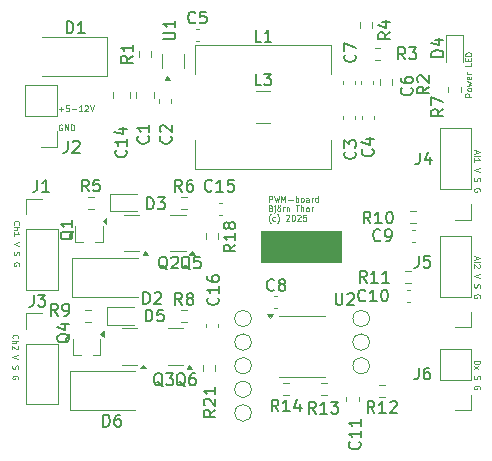
<source format=gbr>
%TF.GenerationSoftware,KiCad,Pcbnew,8.0.8*%
%TF.CreationDate,2025-06-23T13:13:59+02:00*%
%TF.ProjectId,LedDimmer,4c656444-696d-46d6-9572-2e6b69636164,rev?*%
%TF.SameCoordinates,Original*%
%TF.FileFunction,Legend,Top*%
%TF.FilePolarity,Positive*%
%FSLAX46Y46*%
G04 Gerber Fmt 4.6, Leading zero omitted, Abs format (unit mm)*
G04 Created by KiCad (PCBNEW 8.0.8) date 2025-06-23 13:13:59*
%MOMM*%
%LPD*%
G01*
G04 APERTURE LIST*
%ADD10C,0.100000*%
%ADD11C,0.150000*%
%ADD12C,0.120000*%
G04 APERTURE END LIST*
D10*
X59230000Y-81510000D02*
X66030000Y-81510000D01*
X66030000Y-84110000D01*
X59230000Y-84110000D01*
X59230000Y-81510000D01*
G36*
X59230000Y-81510000D02*
G01*
X66030000Y-81510000D01*
X66030000Y-84110000D01*
X59230000Y-84110000D01*
X59230000Y-81510000D01*
G37*
X77439247Y-74671027D02*
X77439247Y-74909122D01*
X77296390Y-74623408D02*
X77796390Y-74790074D01*
X77796390Y-74790074D02*
X77296390Y-74956741D01*
X77296390Y-75123407D02*
X77796390Y-75123407D01*
X77296390Y-75623407D02*
X77296390Y-75337693D01*
X77296390Y-75480550D02*
X77796390Y-75480550D01*
X77796390Y-75480550D02*
X77724961Y-75432931D01*
X77724961Y-75432931D02*
X77677342Y-75385312D01*
X77677342Y-75385312D02*
X77653533Y-75337693D01*
X77796390Y-76147216D02*
X77296390Y-76313882D01*
X77296390Y-76313882D02*
X77796390Y-76480549D01*
X77320200Y-77004358D02*
X77296390Y-77075786D01*
X77296390Y-77075786D02*
X77296390Y-77194834D01*
X77296390Y-77194834D02*
X77320200Y-77242453D01*
X77320200Y-77242453D02*
X77344009Y-77266262D01*
X77344009Y-77266262D02*
X77391628Y-77290072D01*
X77391628Y-77290072D02*
X77439247Y-77290072D01*
X77439247Y-77290072D02*
X77486866Y-77266262D01*
X77486866Y-77266262D02*
X77510676Y-77242453D01*
X77510676Y-77242453D02*
X77534485Y-77194834D01*
X77534485Y-77194834D02*
X77558295Y-77099596D01*
X77558295Y-77099596D02*
X77582104Y-77051977D01*
X77582104Y-77051977D02*
X77605914Y-77028167D01*
X77605914Y-77028167D02*
X77653533Y-77004358D01*
X77653533Y-77004358D02*
X77701152Y-77004358D01*
X77701152Y-77004358D02*
X77748771Y-77028167D01*
X77748771Y-77028167D02*
X77772580Y-77051977D01*
X77772580Y-77051977D02*
X77796390Y-77099596D01*
X77796390Y-77099596D02*
X77796390Y-77218643D01*
X77796390Y-77218643D02*
X77772580Y-77290072D01*
X77772580Y-78147214D02*
X77796390Y-78099595D01*
X77796390Y-78099595D02*
X77796390Y-78028166D01*
X77796390Y-78028166D02*
X77772580Y-77956738D01*
X77772580Y-77956738D02*
X77724961Y-77909119D01*
X77724961Y-77909119D02*
X77677342Y-77885309D01*
X77677342Y-77885309D02*
X77582104Y-77861500D01*
X77582104Y-77861500D02*
X77510676Y-77861500D01*
X77510676Y-77861500D02*
X77415438Y-77885309D01*
X77415438Y-77885309D02*
X77367819Y-77909119D01*
X77367819Y-77909119D02*
X77320200Y-77956738D01*
X77320200Y-77956738D02*
X77296390Y-78028166D01*
X77296390Y-78028166D02*
X77296390Y-78075785D01*
X77296390Y-78075785D02*
X77320200Y-78147214D01*
X77320200Y-78147214D02*
X77344009Y-78171023D01*
X77344009Y-78171023D02*
X77510676Y-78171023D01*
X77510676Y-78171023D02*
X77510676Y-78075785D01*
X42144836Y-71183189D02*
X42525789Y-71183189D01*
X42335312Y-71373665D02*
X42335312Y-70992713D01*
X43001979Y-70873665D02*
X42763884Y-70873665D01*
X42763884Y-70873665D02*
X42740075Y-71111760D01*
X42740075Y-71111760D02*
X42763884Y-71087951D01*
X42763884Y-71087951D02*
X42811503Y-71064141D01*
X42811503Y-71064141D02*
X42930551Y-71064141D01*
X42930551Y-71064141D02*
X42978170Y-71087951D01*
X42978170Y-71087951D02*
X43001979Y-71111760D01*
X43001979Y-71111760D02*
X43025789Y-71159379D01*
X43025789Y-71159379D02*
X43025789Y-71278427D01*
X43025789Y-71278427D02*
X43001979Y-71326046D01*
X43001979Y-71326046D02*
X42978170Y-71349856D01*
X42978170Y-71349856D02*
X42930551Y-71373665D01*
X42930551Y-71373665D02*
X42811503Y-71373665D01*
X42811503Y-71373665D02*
X42763884Y-71349856D01*
X42763884Y-71349856D02*
X42740075Y-71326046D01*
X43240074Y-71183189D02*
X43621027Y-71183189D01*
X44121027Y-71373665D02*
X43835313Y-71373665D01*
X43978170Y-71373665D02*
X43978170Y-70873665D01*
X43978170Y-70873665D02*
X43930551Y-70945094D01*
X43930551Y-70945094D02*
X43882932Y-70992713D01*
X43882932Y-70992713D02*
X43835313Y-71016522D01*
X44311503Y-70921284D02*
X44335312Y-70897475D01*
X44335312Y-70897475D02*
X44382931Y-70873665D01*
X44382931Y-70873665D02*
X44501979Y-70873665D01*
X44501979Y-70873665D02*
X44549598Y-70897475D01*
X44549598Y-70897475D02*
X44573407Y-70921284D01*
X44573407Y-70921284D02*
X44597217Y-70968903D01*
X44597217Y-70968903D02*
X44597217Y-71016522D01*
X44597217Y-71016522D02*
X44573407Y-71087951D01*
X44573407Y-71087951D02*
X44287693Y-71373665D01*
X44287693Y-71373665D02*
X44597217Y-71373665D01*
X44740074Y-70873665D02*
X44906740Y-71373665D01*
X44906740Y-71373665D02*
X45073407Y-70873665D01*
X42406741Y-72507419D02*
X42359122Y-72483609D01*
X42359122Y-72483609D02*
X42287693Y-72483609D01*
X42287693Y-72483609D02*
X42216265Y-72507419D01*
X42216265Y-72507419D02*
X42168646Y-72555038D01*
X42168646Y-72555038D02*
X42144836Y-72602657D01*
X42144836Y-72602657D02*
X42121027Y-72697895D01*
X42121027Y-72697895D02*
X42121027Y-72769323D01*
X42121027Y-72769323D02*
X42144836Y-72864561D01*
X42144836Y-72864561D02*
X42168646Y-72912180D01*
X42168646Y-72912180D02*
X42216265Y-72959800D01*
X42216265Y-72959800D02*
X42287693Y-72983609D01*
X42287693Y-72983609D02*
X42335312Y-72983609D01*
X42335312Y-72983609D02*
X42406741Y-72959800D01*
X42406741Y-72959800D02*
X42430550Y-72935990D01*
X42430550Y-72935990D02*
X42430550Y-72769323D01*
X42430550Y-72769323D02*
X42335312Y-72769323D01*
X42644836Y-72983609D02*
X42644836Y-72483609D01*
X42644836Y-72483609D02*
X42930550Y-72983609D01*
X42930550Y-72983609D02*
X42930550Y-72483609D01*
X43168646Y-72983609D02*
X43168646Y-72483609D01*
X43168646Y-72483609D02*
X43287694Y-72483609D01*
X43287694Y-72483609D02*
X43359122Y-72507419D01*
X43359122Y-72507419D02*
X43406741Y-72555038D01*
X43406741Y-72555038D02*
X43430551Y-72602657D01*
X43430551Y-72602657D02*
X43454360Y-72697895D01*
X43454360Y-72697895D02*
X43454360Y-72769323D01*
X43454360Y-72769323D02*
X43430551Y-72864561D01*
X43430551Y-72864561D02*
X43406741Y-72912180D01*
X43406741Y-72912180D02*
X43359122Y-72959800D01*
X43359122Y-72959800D02*
X43287694Y-72983609D01*
X43287694Y-72983609D02*
X43168646Y-72983609D01*
X77063609Y-70125163D02*
X76563609Y-70125163D01*
X76563609Y-70125163D02*
X76563609Y-69934687D01*
X76563609Y-69934687D02*
X76587419Y-69887068D01*
X76587419Y-69887068D02*
X76611228Y-69863258D01*
X76611228Y-69863258D02*
X76658847Y-69839449D01*
X76658847Y-69839449D02*
X76730276Y-69839449D01*
X76730276Y-69839449D02*
X76777895Y-69863258D01*
X76777895Y-69863258D02*
X76801704Y-69887068D01*
X76801704Y-69887068D02*
X76825514Y-69934687D01*
X76825514Y-69934687D02*
X76825514Y-70125163D01*
X77063609Y-69553734D02*
X77039800Y-69601353D01*
X77039800Y-69601353D02*
X77015990Y-69625163D01*
X77015990Y-69625163D02*
X76968371Y-69648972D01*
X76968371Y-69648972D02*
X76825514Y-69648972D01*
X76825514Y-69648972D02*
X76777895Y-69625163D01*
X76777895Y-69625163D02*
X76754085Y-69601353D01*
X76754085Y-69601353D02*
X76730276Y-69553734D01*
X76730276Y-69553734D02*
X76730276Y-69482306D01*
X76730276Y-69482306D02*
X76754085Y-69434687D01*
X76754085Y-69434687D02*
X76777895Y-69410877D01*
X76777895Y-69410877D02*
X76825514Y-69387068D01*
X76825514Y-69387068D02*
X76968371Y-69387068D01*
X76968371Y-69387068D02*
X77015990Y-69410877D01*
X77015990Y-69410877D02*
X77039800Y-69434687D01*
X77039800Y-69434687D02*
X77063609Y-69482306D01*
X77063609Y-69482306D02*
X77063609Y-69553734D01*
X76730276Y-69220401D02*
X77063609Y-69125163D01*
X77063609Y-69125163D02*
X76825514Y-69029925D01*
X76825514Y-69029925D02*
X77063609Y-68934687D01*
X77063609Y-68934687D02*
X76730276Y-68839449D01*
X77039800Y-68458496D02*
X77063609Y-68506115D01*
X77063609Y-68506115D02*
X77063609Y-68601353D01*
X77063609Y-68601353D02*
X77039800Y-68648972D01*
X77039800Y-68648972D02*
X76992180Y-68672781D01*
X76992180Y-68672781D02*
X76801704Y-68672781D01*
X76801704Y-68672781D02*
X76754085Y-68648972D01*
X76754085Y-68648972D02*
X76730276Y-68601353D01*
X76730276Y-68601353D02*
X76730276Y-68506115D01*
X76730276Y-68506115D02*
X76754085Y-68458496D01*
X76754085Y-68458496D02*
X76801704Y-68434686D01*
X76801704Y-68434686D02*
X76849323Y-68434686D01*
X76849323Y-68434686D02*
X76896942Y-68672781D01*
X77063609Y-68220401D02*
X76730276Y-68220401D01*
X76825514Y-68220401D02*
X76777895Y-68196591D01*
X76777895Y-68196591D02*
X76754085Y-68172782D01*
X76754085Y-68172782D02*
X76730276Y-68125163D01*
X76730276Y-68125163D02*
X76730276Y-68077544D01*
X77063609Y-67291830D02*
X77063609Y-67529925D01*
X77063609Y-67529925D02*
X76563609Y-67529925D01*
X76801704Y-67125163D02*
X76801704Y-66958496D01*
X77063609Y-66887068D02*
X77063609Y-67125163D01*
X77063609Y-67125163D02*
X76563609Y-67125163D01*
X76563609Y-67125163D02*
X76563609Y-66887068D01*
X77063609Y-66672782D02*
X76563609Y-66672782D01*
X76563609Y-66672782D02*
X76563609Y-66553734D01*
X76563609Y-66553734D02*
X76587419Y-66482306D01*
X76587419Y-66482306D02*
X76635038Y-66434687D01*
X76635038Y-66434687D02*
X76682657Y-66410877D01*
X76682657Y-66410877D02*
X76777895Y-66387068D01*
X76777895Y-66387068D02*
X76849323Y-66387068D01*
X76849323Y-66387068D02*
X76944561Y-66410877D01*
X76944561Y-66410877D02*
X76992180Y-66434687D01*
X76992180Y-66434687D02*
X77039800Y-66482306D01*
X77039800Y-66482306D02*
X77063609Y-66553734D01*
X77063609Y-66553734D02*
X77063609Y-66672782D01*
X59914836Y-79033665D02*
X59914836Y-78533665D01*
X59914836Y-78533665D02*
X60105312Y-78533665D01*
X60105312Y-78533665D02*
X60152931Y-78557475D01*
X60152931Y-78557475D02*
X60176741Y-78581284D01*
X60176741Y-78581284D02*
X60200550Y-78628903D01*
X60200550Y-78628903D02*
X60200550Y-78700332D01*
X60200550Y-78700332D02*
X60176741Y-78747951D01*
X60176741Y-78747951D02*
X60152931Y-78771760D01*
X60152931Y-78771760D02*
X60105312Y-78795570D01*
X60105312Y-78795570D02*
X59914836Y-78795570D01*
X60367217Y-78533665D02*
X60486265Y-79033665D01*
X60486265Y-79033665D02*
X60581503Y-78676522D01*
X60581503Y-78676522D02*
X60676741Y-79033665D01*
X60676741Y-79033665D02*
X60795789Y-78533665D01*
X60986265Y-79033665D02*
X60986265Y-78533665D01*
X60986265Y-78533665D02*
X61152932Y-78890808D01*
X61152932Y-78890808D02*
X61319598Y-78533665D01*
X61319598Y-78533665D02*
X61319598Y-79033665D01*
X61557694Y-78843189D02*
X61938647Y-78843189D01*
X62176742Y-79033665D02*
X62176742Y-78533665D01*
X62176742Y-78724141D02*
X62224361Y-78700332D01*
X62224361Y-78700332D02*
X62319599Y-78700332D01*
X62319599Y-78700332D02*
X62367218Y-78724141D01*
X62367218Y-78724141D02*
X62391028Y-78747951D01*
X62391028Y-78747951D02*
X62414837Y-78795570D01*
X62414837Y-78795570D02*
X62414837Y-78938427D01*
X62414837Y-78938427D02*
X62391028Y-78986046D01*
X62391028Y-78986046D02*
X62367218Y-79009856D01*
X62367218Y-79009856D02*
X62319599Y-79033665D01*
X62319599Y-79033665D02*
X62224361Y-79033665D01*
X62224361Y-79033665D02*
X62176742Y-79009856D01*
X62700552Y-79033665D02*
X62652933Y-79009856D01*
X62652933Y-79009856D02*
X62629123Y-78986046D01*
X62629123Y-78986046D02*
X62605314Y-78938427D01*
X62605314Y-78938427D02*
X62605314Y-78795570D01*
X62605314Y-78795570D02*
X62629123Y-78747951D01*
X62629123Y-78747951D02*
X62652933Y-78724141D01*
X62652933Y-78724141D02*
X62700552Y-78700332D01*
X62700552Y-78700332D02*
X62771980Y-78700332D01*
X62771980Y-78700332D02*
X62819599Y-78724141D01*
X62819599Y-78724141D02*
X62843409Y-78747951D01*
X62843409Y-78747951D02*
X62867218Y-78795570D01*
X62867218Y-78795570D02*
X62867218Y-78938427D01*
X62867218Y-78938427D02*
X62843409Y-78986046D01*
X62843409Y-78986046D02*
X62819599Y-79009856D01*
X62819599Y-79009856D02*
X62771980Y-79033665D01*
X62771980Y-79033665D02*
X62700552Y-79033665D01*
X63295790Y-79033665D02*
X63295790Y-78771760D01*
X63295790Y-78771760D02*
X63271980Y-78724141D01*
X63271980Y-78724141D02*
X63224361Y-78700332D01*
X63224361Y-78700332D02*
X63129123Y-78700332D01*
X63129123Y-78700332D02*
X63081504Y-78724141D01*
X63295790Y-79009856D02*
X63248171Y-79033665D01*
X63248171Y-79033665D02*
X63129123Y-79033665D01*
X63129123Y-79033665D02*
X63081504Y-79009856D01*
X63081504Y-79009856D02*
X63057695Y-78962236D01*
X63057695Y-78962236D02*
X63057695Y-78914617D01*
X63057695Y-78914617D02*
X63081504Y-78866998D01*
X63081504Y-78866998D02*
X63129123Y-78843189D01*
X63129123Y-78843189D02*
X63248171Y-78843189D01*
X63248171Y-78843189D02*
X63295790Y-78819379D01*
X63533885Y-79033665D02*
X63533885Y-78700332D01*
X63533885Y-78795570D02*
X63557695Y-78747951D01*
X63557695Y-78747951D02*
X63581504Y-78724141D01*
X63581504Y-78724141D02*
X63629123Y-78700332D01*
X63629123Y-78700332D02*
X63676742Y-78700332D01*
X64057695Y-79033665D02*
X64057695Y-78533665D01*
X64057695Y-79009856D02*
X64010076Y-79033665D01*
X64010076Y-79033665D02*
X63914838Y-79033665D01*
X63914838Y-79033665D02*
X63867219Y-79009856D01*
X63867219Y-79009856D02*
X63843409Y-78986046D01*
X63843409Y-78986046D02*
X63819600Y-78938427D01*
X63819600Y-78938427D02*
X63819600Y-78795570D01*
X63819600Y-78795570D02*
X63843409Y-78747951D01*
X63843409Y-78747951D02*
X63867219Y-78724141D01*
X63867219Y-78724141D02*
X63914838Y-78700332D01*
X63914838Y-78700332D02*
X64010076Y-78700332D01*
X64010076Y-78700332D02*
X64057695Y-78724141D01*
X60081503Y-79576732D02*
X60152931Y-79600542D01*
X60152931Y-79600542D02*
X60176741Y-79624351D01*
X60176741Y-79624351D02*
X60200550Y-79671970D01*
X60200550Y-79671970D02*
X60200550Y-79743399D01*
X60200550Y-79743399D02*
X60176741Y-79791018D01*
X60176741Y-79791018D02*
X60152931Y-79814828D01*
X60152931Y-79814828D02*
X60105312Y-79838637D01*
X60105312Y-79838637D02*
X59914836Y-79838637D01*
X59914836Y-79838637D02*
X59914836Y-79338637D01*
X59914836Y-79338637D02*
X60081503Y-79338637D01*
X60081503Y-79338637D02*
X60129122Y-79362447D01*
X60129122Y-79362447D02*
X60152931Y-79386256D01*
X60152931Y-79386256D02*
X60176741Y-79433875D01*
X60176741Y-79433875D02*
X60176741Y-79481494D01*
X60176741Y-79481494D02*
X60152931Y-79529113D01*
X60152931Y-79529113D02*
X60129122Y-79552923D01*
X60129122Y-79552923D02*
X60081503Y-79576732D01*
X60081503Y-79576732D02*
X59914836Y-79576732D01*
X60414836Y-79505304D02*
X60414836Y-79933875D01*
X60414836Y-79933875D02*
X60391027Y-79981494D01*
X60391027Y-79981494D02*
X60343408Y-80005304D01*
X60343408Y-80005304D02*
X60319598Y-80005304D01*
X60414836Y-79338637D02*
X60391027Y-79362447D01*
X60391027Y-79362447D02*
X60414836Y-79386256D01*
X60414836Y-79386256D02*
X60438646Y-79362447D01*
X60438646Y-79362447D02*
X60414836Y-79338637D01*
X60414836Y-79338637D02*
X60414836Y-79386256D01*
X60724360Y-79838637D02*
X60676741Y-79814828D01*
X60676741Y-79814828D02*
X60652931Y-79791018D01*
X60652931Y-79791018D02*
X60629122Y-79743399D01*
X60629122Y-79743399D02*
X60629122Y-79600542D01*
X60629122Y-79600542D02*
X60652931Y-79552923D01*
X60652931Y-79552923D02*
X60676741Y-79529113D01*
X60676741Y-79529113D02*
X60724360Y-79505304D01*
X60724360Y-79505304D02*
X60795788Y-79505304D01*
X60795788Y-79505304D02*
X60843407Y-79529113D01*
X60843407Y-79529113D02*
X60867217Y-79552923D01*
X60867217Y-79552923D02*
X60891026Y-79600542D01*
X60891026Y-79600542D02*
X60891026Y-79743399D01*
X60891026Y-79743399D02*
X60867217Y-79791018D01*
X60867217Y-79791018D02*
X60843407Y-79814828D01*
X60843407Y-79814828D02*
X60795788Y-79838637D01*
X60795788Y-79838637D02*
X60724360Y-79838637D01*
X60676741Y-79338637D02*
X60700550Y-79362447D01*
X60700550Y-79362447D02*
X60676741Y-79386256D01*
X60676741Y-79386256D02*
X60652931Y-79362447D01*
X60652931Y-79362447D02*
X60676741Y-79338637D01*
X60676741Y-79338637D02*
X60676741Y-79386256D01*
X60867217Y-79338637D02*
X60891026Y-79362447D01*
X60891026Y-79362447D02*
X60867217Y-79386256D01*
X60867217Y-79386256D02*
X60843407Y-79362447D01*
X60843407Y-79362447D02*
X60867217Y-79338637D01*
X60867217Y-79338637D02*
X60867217Y-79386256D01*
X61105312Y-79838637D02*
X61105312Y-79505304D01*
X61105312Y-79600542D02*
X61129122Y-79552923D01*
X61129122Y-79552923D02*
X61152931Y-79529113D01*
X61152931Y-79529113D02*
X61200550Y-79505304D01*
X61200550Y-79505304D02*
X61248169Y-79505304D01*
X61414836Y-79505304D02*
X61414836Y-79838637D01*
X61414836Y-79552923D02*
X61438646Y-79529113D01*
X61438646Y-79529113D02*
X61486265Y-79505304D01*
X61486265Y-79505304D02*
X61557693Y-79505304D01*
X61557693Y-79505304D02*
X61605312Y-79529113D01*
X61605312Y-79529113D02*
X61629122Y-79576732D01*
X61629122Y-79576732D02*
X61629122Y-79838637D01*
X62176741Y-79338637D02*
X62462455Y-79338637D01*
X62319598Y-79838637D02*
X62319598Y-79338637D01*
X62629121Y-79838637D02*
X62629121Y-79338637D01*
X62843407Y-79838637D02*
X62843407Y-79576732D01*
X62843407Y-79576732D02*
X62819597Y-79529113D01*
X62819597Y-79529113D02*
X62771978Y-79505304D01*
X62771978Y-79505304D02*
X62700550Y-79505304D01*
X62700550Y-79505304D02*
X62652931Y-79529113D01*
X62652931Y-79529113D02*
X62629121Y-79552923D01*
X63152931Y-79838637D02*
X63105312Y-79814828D01*
X63105312Y-79814828D02*
X63081502Y-79791018D01*
X63081502Y-79791018D02*
X63057693Y-79743399D01*
X63057693Y-79743399D02*
X63057693Y-79600542D01*
X63057693Y-79600542D02*
X63081502Y-79552923D01*
X63081502Y-79552923D02*
X63105312Y-79529113D01*
X63105312Y-79529113D02*
X63152931Y-79505304D01*
X63152931Y-79505304D02*
X63224359Y-79505304D01*
X63224359Y-79505304D02*
X63271978Y-79529113D01*
X63271978Y-79529113D02*
X63295788Y-79552923D01*
X63295788Y-79552923D02*
X63319597Y-79600542D01*
X63319597Y-79600542D02*
X63319597Y-79743399D01*
X63319597Y-79743399D02*
X63295788Y-79791018D01*
X63295788Y-79791018D02*
X63271978Y-79814828D01*
X63271978Y-79814828D02*
X63224359Y-79838637D01*
X63224359Y-79838637D02*
X63152931Y-79838637D01*
X63533883Y-79838637D02*
X63533883Y-79505304D01*
X63533883Y-79600542D02*
X63557693Y-79552923D01*
X63557693Y-79552923D02*
X63581502Y-79529113D01*
X63581502Y-79529113D02*
X63629121Y-79505304D01*
X63629121Y-79505304D02*
X63676740Y-79505304D01*
X60057693Y-80834085D02*
X60033884Y-80810276D01*
X60033884Y-80810276D02*
X59986265Y-80738847D01*
X59986265Y-80738847D02*
X59962455Y-80691228D01*
X59962455Y-80691228D02*
X59938646Y-80619800D01*
X59938646Y-80619800D02*
X59914836Y-80500752D01*
X59914836Y-80500752D02*
X59914836Y-80405514D01*
X59914836Y-80405514D02*
X59938646Y-80286466D01*
X59938646Y-80286466D02*
X59962455Y-80215038D01*
X59962455Y-80215038D02*
X59986265Y-80167419D01*
X59986265Y-80167419D02*
X60033884Y-80095990D01*
X60033884Y-80095990D02*
X60057693Y-80072180D01*
X60462455Y-80619800D02*
X60414836Y-80643609D01*
X60414836Y-80643609D02*
X60319598Y-80643609D01*
X60319598Y-80643609D02*
X60271979Y-80619800D01*
X60271979Y-80619800D02*
X60248169Y-80595990D01*
X60248169Y-80595990D02*
X60224360Y-80548371D01*
X60224360Y-80548371D02*
X60224360Y-80405514D01*
X60224360Y-80405514D02*
X60248169Y-80357895D01*
X60248169Y-80357895D02*
X60271979Y-80334085D01*
X60271979Y-80334085D02*
X60319598Y-80310276D01*
X60319598Y-80310276D02*
X60414836Y-80310276D01*
X60414836Y-80310276D02*
X60462455Y-80334085D01*
X60629121Y-80834085D02*
X60652931Y-80810276D01*
X60652931Y-80810276D02*
X60700550Y-80738847D01*
X60700550Y-80738847D02*
X60724359Y-80691228D01*
X60724359Y-80691228D02*
X60748169Y-80619800D01*
X60748169Y-80619800D02*
X60771978Y-80500752D01*
X60771978Y-80500752D02*
X60771978Y-80405514D01*
X60771978Y-80405514D02*
X60748169Y-80286466D01*
X60748169Y-80286466D02*
X60724359Y-80215038D01*
X60724359Y-80215038D02*
X60700550Y-80167419D01*
X60700550Y-80167419D02*
X60652931Y-80095990D01*
X60652931Y-80095990D02*
X60629121Y-80072180D01*
X61367216Y-80191228D02*
X61391025Y-80167419D01*
X61391025Y-80167419D02*
X61438644Y-80143609D01*
X61438644Y-80143609D02*
X61557692Y-80143609D01*
X61557692Y-80143609D02*
X61605311Y-80167419D01*
X61605311Y-80167419D02*
X61629120Y-80191228D01*
X61629120Y-80191228D02*
X61652930Y-80238847D01*
X61652930Y-80238847D02*
X61652930Y-80286466D01*
X61652930Y-80286466D02*
X61629120Y-80357895D01*
X61629120Y-80357895D02*
X61343406Y-80643609D01*
X61343406Y-80643609D02*
X61652930Y-80643609D01*
X61962453Y-80143609D02*
X62010072Y-80143609D01*
X62010072Y-80143609D02*
X62057691Y-80167419D01*
X62057691Y-80167419D02*
X62081501Y-80191228D01*
X62081501Y-80191228D02*
X62105310Y-80238847D01*
X62105310Y-80238847D02*
X62129120Y-80334085D01*
X62129120Y-80334085D02*
X62129120Y-80453133D01*
X62129120Y-80453133D02*
X62105310Y-80548371D01*
X62105310Y-80548371D02*
X62081501Y-80595990D01*
X62081501Y-80595990D02*
X62057691Y-80619800D01*
X62057691Y-80619800D02*
X62010072Y-80643609D01*
X62010072Y-80643609D02*
X61962453Y-80643609D01*
X61962453Y-80643609D02*
X61914834Y-80619800D01*
X61914834Y-80619800D02*
X61891025Y-80595990D01*
X61891025Y-80595990D02*
X61867215Y-80548371D01*
X61867215Y-80548371D02*
X61843406Y-80453133D01*
X61843406Y-80453133D02*
X61843406Y-80334085D01*
X61843406Y-80334085D02*
X61867215Y-80238847D01*
X61867215Y-80238847D02*
X61891025Y-80191228D01*
X61891025Y-80191228D02*
X61914834Y-80167419D01*
X61914834Y-80167419D02*
X61962453Y-80143609D01*
X62319596Y-80191228D02*
X62343405Y-80167419D01*
X62343405Y-80167419D02*
X62391024Y-80143609D01*
X62391024Y-80143609D02*
X62510072Y-80143609D01*
X62510072Y-80143609D02*
X62557691Y-80167419D01*
X62557691Y-80167419D02*
X62581500Y-80191228D01*
X62581500Y-80191228D02*
X62605310Y-80238847D01*
X62605310Y-80238847D02*
X62605310Y-80286466D01*
X62605310Y-80286466D02*
X62581500Y-80357895D01*
X62581500Y-80357895D02*
X62295786Y-80643609D01*
X62295786Y-80643609D02*
X62605310Y-80643609D01*
X63057690Y-80143609D02*
X62819595Y-80143609D01*
X62819595Y-80143609D02*
X62795786Y-80381704D01*
X62795786Y-80381704D02*
X62819595Y-80357895D01*
X62819595Y-80357895D02*
X62867214Y-80334085D01*
X62867214Y-80334085D02*
X62986262Y-80334085D01*
X62986262Y-80334085D02*
X63033881Y-80357895D01*
X63033881Y-80357895D02*
X63057690Y-80381704D01*
X63057690Y-80381704D02*
X63081500Y-80429323D01*
X63081500Y-80429323D02*
X63081500Y-80548371D01*
X63081500Y-80548371D02*
X63057690Y-80595990D01*
X63057690Y-80595990D02*
X63033881Y-80619800D01*
X63033881Y-80619800D02*
X62986262Y-80643609D01*
X62986262Y-80643609D02*
X62867214Y-80643609D01*
X62867214Y-80643609D02*
X62819595Y-80619800D01*
X62819595Y-80619800D02*
X62795786Y-80595990D01*
X38344009Y-80980550D02*
X38320200Y-80956741D01*
X38320200Y-80956741D02*
X38296390Y-80885312D01*
X38296390Y-80885312D02*
X38296390Y-80837693D01*
X38296390Y-80837693D02*
X38320200Y-80766265D01*
X38320200Y-80766265D02*
X38367819Y-80718646D01*
X38367819Y-80718646D02*
X38415438Y-80694836D01*
X38415438Y-80694836D02*
X38510676Y-80671027D01*
X38510676Y-80671027D02*
X38582104Y-80671027D01*
X38582104Y-80671027D02*
X38677342Y-80694836D01*
X38677342Y-80694836D02*
X38724961Y-80718646D01*
X38724961Y-80718646D02*
X38772580Y-80766265D01*
X38772580Y-80766265D02*
X38796390Y-80837693D01*
X38796390Y-80837693D02*
X38796390Y-80885312D01*
X38796390Y-80885312D02*
X38772580Y-80956741D01*
X38772580Y-80956741D02*
X38748771Y-80980550D01*
X38296390Y-81194836D02*
X38796390Y-81194836D01*
X38296390Y-81409122D02*
X38558295Y-81409122D01*
X38558295Y-81409122D02*
X38605914Y-81385312D01*
X38605914Y-81385312D02*
X38629723Y-81337693D01*
X38629723Y-81337693D02*
X38629723Y-81266265D01*
X38629723Y-81266265D02*
X38605914Y-81218646D01*
X38605914Y-81218646D02*
X38582104Y-81194836D01*
X38296390Y-81909122D02*
X38296390Y-81623408D01*
X38296390Y-81766265D02*
X38796390Y-81766265D01*
X38796390Y-81766265D02*
X38724961Y-81718646D01*
X38724961Y-81718646D02*
X38677342Y-81671027D01*
X38677342Y-81671027D02*
X38653533Y-81623408D01*
X38796390Y-82432931D02*
X38296390Y-82599597D01*
X38296390Y-82599597D02*
X38796390Y-82766264D01*
X38320200Y-83290073D02*
X38296390Y-83361501D01*
X38296390Y-83361501D02*
X38296390Y-83480549D01*
X38296390Y-83480549D02*
X38320200Y-83528168D01*
X38320200Y-83528168D02*
X38344009Y-83551977D01*
X38344009Y-83551977D02*
X38391628Y-83575787D01*
X38391628Y-83575787D02*
X38439247Y-83575787D01*
X38439247Y-83575787D02*
X38486866Y-83551977D01*
X38486866Y-83551977D02*
X38510676Y-83528168D01*
X38510676Y-83528168D02*
X38534485Y-83480549D01*
X38534485Y-83480549D02*
X38558295Y-83385311D01*
X38558295Y-83385311D02*
X38582104Y-83337692D01*
X38582104Y-83337692D02*
X38605914Y-83313882D01*
X38605914Y-83313882D02*
X38653533Y-83290073D01*
X38653533Y-83290073D02*
X38701152Y-83290073D01*
X38701152Y-83290073D02*
X38748771Y-83313882D01*
X38748771Y-83313882D02*
X38772580Y-83337692D01*
X38772580Y-83337692D02*
X38796390Y-83385311D01*
X38796390Y-83385311D02*
X38796390Y-83504358D01*
X38796390Y-83504358D02*
X38772580Y-83575787D01*
X38772580Y-84432929D02*
X38796390Y-84385310D01*
X38796390Y-84385310D02*
X38796390Y-84313881D01*
X38796390Y-84313881D02*
X38772580Y-84242453D01*
X38772580Y-84242453D02*
X38724961Y-84194834D01*
X38724961Y-84194834D02*
X38677342Y-84171024D01*
X38677342Y-84171024D02*
X38582104Y-84147215D01*
X38582104Y-84147215D02*
X38510676Y-84147215D01*
X38510676Y-84147215D02*
X38415438Y-84171024D01*
X38415438Y-84171024D02*
X38367819Y-84194834D01*
X38367819Y-84194834D02*
X38320200Y-84242453D01*
X38320200Y-84242453D02*
X38296390Y-84313881D01*
X38296390Y-84313881D02*
X38296390Y-84361500D01*
X38296390Y-84361500D02*
X38320200Y-84432929D01*
X38320200Y-84432929D02*
X38344009Y-84456738D01*
X38344009Y-84456738D02*
X38510676Y-84456738D01*
X38510676Y-84456738D02*
X38510676Y-84361500D01*
X38244009Y-90580550D02*
X38220200Y-90556741D01*
X38220200Y-90556741D02*
X38196390Y-90485312D01*
X38196390Y-90485312D02*
X38196390Y-90437693D01*
X38196390Y-90437693D02*
X38220200Y-90366265D01*
X38220200Y-90366265D02*
X38267819Y-90318646D01*
X38267819Y-90318646D02*
X38315438Y-90294836D01*
X38315438Y-90294836D02*
X38410676Y-90271027D01*
X38410676Y-90271027D02*
X38482104Y-90271027D01*
X38482104Y-90271027D02*
X38577342Y-90294836D01*
X38577342Y-90294836D02*
X38624961Y-90318646D01*
X38624961Y-90318646D02*
X38672580Y-90366265D01*
X38672580Y-90366265D02*
X38696390Y-90437693D01*
X38696390Y-90437693D02*
X38696390Y-90485312D01*
X38696390Y-90485312D02*
X38672580Y-90556741D01*
X38672580Y-90556741D02*
X38648771Y-90580550D01*
X38196390Y-90794836D02*
X38696390Y-90794836D01*
X38196390Y-91009122D02*
X38458295Y-91009122D01*
X38458295Y-91009122D02*
X38505914Y-90985312D01*
X38505914Y-90985312D02*
X38529723Y-90937693D01*
X38529723Y-90937693D02*
X38529723Y-90866265D01*
X38529723Y-90866265D02*
X38505914Y-90818646D01*
X38505914Y-90818646D02*
X38482104Y-90794836D01*
X38648771Y-91223408D02*
X38672580Y-91247217D01*
X38672580Y-91247217D02*
X38696390Y-91294836D01*
X38696390Y-91294836D02*
X38696390Y-91413884D01*
X38696390Y-91413884D02*
X38672580Y-91461503D01*
X38672580Y-91461503D02*
X38648771Y-91485312D01*
X38648771Y-91485312D02*
X38601152Y-91509122D01*
X38601152Y-91509122D02*
X38553533Y-91509122D01*
X38553533Y-91509122D02*
X38482104Y-91485312D01*
X38482104Y-91485312D02*
X38196390Y-91199598D01*
X38196390Y-91199598D02*
X38196390Y-91509122D01*
X38696390Y-92032931D02*
X38196390Y-92199597D01*
X38196390Y-92199597D02*
X38696390Y-92366264D01*
X38220200Y-92890073D02*
X38196390Y-92961501D01*
X38196390Y-92961501D02*
X38196390Y-93080549D01*
X38196390Y-93080549D02*
X38220200Y-93128168D01*
X38220200Y-93128168D02*
X38244009Y-93151977D01*
X38244009Y-93151977D02*
X38291628Y-93175787D01*
X38291628Y-93175787D02*
X38339247Y-93175787D01*
X38339247Y-93175787D02*
X38386866Y-93151977D01*
X38386866Y-93151977D02*
X38410676Y-93128168D01*
X38410676Y-93128168D02*
X38434485Y-93080549D01*
X38434485Y-93080549D02*
X38458295Y-92985311D01*
X38458295Y-92985311D02*
X38482104Y-92937692D01*
X38482104Y-92937692D02*
X38505914Y-92913882D01*
X38505914Y-92913882D02*
X38553533Y-92890073D01*
X38553533Y-92890073D02*
X38601152Y-92890073D01*
X38601152Y-92890073D02*
X38648771Y-92913882D01*
X38648771Y-92913882D02*
X38672580Y-92937692D01*
X38672580Y-92937692D02*
X38696390Y-92985311D01*
X38696390Y-92985311D02*
X38696390Y-93104358D01*
X38696390Y-93104358D02*
X38672580Y-93175787D01*
X38672580Y-94032929D02*
X38696390Y-93985310D01*
X38696390Y-93985310D02*
X38696390Y-93913881D01*
X38696390Y-93913881D02*
X38672580Y-93842453D01*
X38672580Y-93842453D02*
X38624961Y-93794834D01*
X38624961Y-93794834D02*
X38577342Y-93771024D01*
X38577342Y-93771024D02*
X38482104Y-93747215D01*
X38482104Y-93747215D02*
X38410676Y-93747215D01*
X38410676Y-93747215D02*
X38315438Y-93771024D01*
X38315438Y-93771024D02*
X38267819Y-93794834D01*
X38267819Y-93794834D02*
X38220200Y-93842453D01*
X38220200Y-93842453D02*
X38196390Y-93913881D01*
X38196390Y-93913881D02*
X38196390Y-93961500D01*
X38196390Y-93961500D02*
X38220200Y-94032929D01*
X38220200Y-94032929D02*
X38244009Y-94056738D01*
X38244009Y-94056738D02*
X38410676Y-94056738D01*
X38410676Y-94056738D02*
X38410676Y-93961500D01*
X77439247Y-83671027D02*
X77439247Y-83909122D01*
X77296390Y-83623408D02*
X77796390Y-83790074D01*
X77796390Y-83790074D02*
X77296390Y-83956741D01*
X77296390Y-84123407D02*
X77796390Y-84123407D01*
X77748771Y-84337693D02*
X77772580Y-84361502D01*
X77772580Y-84361502D02*
X77796390Y-84409121D01*
X77796390Y-84409121D02*
X77796390Y-84528169D01*
X77796390Y-84528169D02*
X77772580Y-84575788D01*
X77772580Y-84575788D02*
X77748771Y-84599597D01*
X77748771Y-84599597D02*
X77701152Y-84623407D01*
X77701152Y-84623407D02*
X77653533Y-84623407D01*
X77653533Y-84623407D02*
X77582104Y-84599597D01*
X77582104Y-84599597D02*
X77296390Y-84313883D01*
X77296390Y-84313883D02*
X77296390Y-84623407D01*
X77796390Y-85147216D02*
X77296390Y-85313882D01*
X77296390Y-85313882D02*
X77796390Y-85480549D01*
X77320200Y-86004358D02*
X77296390Y-86075786D01*
X77296390Y-86075786D02*
X77296390Y-86194834D01*
X77296390Y-86194834D02*
X77320200Y-86242453D01*
X77320200Y-86242453D02*
X77344009Y-86266262D01*
X77344009Y-86266262D02*
X77391628Y-86290072D01*
X77391628Y-86290072D02*
X77439247Y-86290072D01*
X77439247Y-86290072D02*
X77486866Y-86266262D01*
X77486866Y-86266262D02*
X77510676Y-86242453D01*
X77510676Y-86242453D02*
X77534485Y-86194834D01*
X77534485Y-86194834D02*
X77558295Y-86099596D01*
X77558295Y-86099596D02*
X77582104Y-86051977D01*
X77582104Y-86051977D02*
X77605914Y-86028167D01*
X77605914Y-86028167D02*
X77653533Y-86004358D01*
X77653533Y-86004358D02*
X77701152Y-86004358D01*
X77701152Y-86004358D02*
X77748771Y-86028167D01*
X77748771Y-86028167D02*
X77772580Y-86051977D01*
X77772580Y-86051977D02*
X77796390Y-86099596D01*
X77796390Y-86099596D02*
X77796390Y-86218643D01*
X77796390Y-86218643D02*
X77772580Y-86290072D01*
X77772580Y-87147214D02*
X77796390Y-87099595D01*
X77796390Y-87099595D02*
X77796390Y-87028166D01*
X77796390Y-87028166D02*
X77772580Y-86956738D01*
X77772580Y-86956738D02*
X77724961Y-86909119D01*
X77724961Y-86909119D02*
X77677342Y-86885309D01*
X77677342Y-86885309D02*
X77582104Y-86861500D01*
X77582104Y-86861500D02*
X77510676Y-86861500D01*
X77510676Y-86861500D02*
X77415438Y-86885309D01*
X77415438Y-86885309D02*
X77367819Y-86909119D01*
X77367819Y-86909119D02*
X77320200Y-86956738D01*
X77320200Y-86956738D02*
X77296390Y-87028166D01*
X77296390Y-87028166D02*
X77296390Y-87075785D01*
X77296390Y-87075785D02*
X77320200Y-87147214D01*
X77320200Y-87147214D02*
X77344009Y-87171023D01*
X77344009Y-87171023D02*
X77510676Y-87171023D01*
X77510676Y-87171023D02*
X77510676Y-87075785D01*
X77296390Y-92494836D02*
X77796390Y-92494836D01*
X77796390Y-92494836D02*
X77796390Y-92613884D01*
X77796390Y-92613884D02*
X77772580Y-92685312D01*
X77772580Y-92685312D02*
X77724961Y-92732931D01*
X77724961Y-92732931D02*
X77677342Y-92756741D01*
X77677342Y-92756741D02*
X77582104Y-92780550D01*
X77582104Y-92780550D02*
X77510676Y-92780550D01*
X77510676Y-92780550D02*
X77415438Y-92756741D01*
X77415438Y-92756741D02*
X77367819Y-92732931D01*
X77367819Y-92732931D02*
X77320200Y-92685312D01*
X77320200Y-92685312D02*
X77296390Y-92613884D01*
X77296390Y-92613884D02*
X77296390Y-92494836D01*
X77296390Y-92947217D02*
X77629723Y-93209122D01*
X77629723Y-92947217D02*
X77296390Y-93209122D01*
X77320200Y-93756741D02*
X77296390Y-93828169D01*
X77296390Y-93828169D02*
X77296390Y-93947217D01*
X77296390Y-93947217D02*
X77320200Y-93994836D01*
X77320200Y-93994836D02*
X77344009Y-94018645D01*
X77344009Y-94018645D02*
X77391628Y-94042455D01*
X77391628Y-94042455D02*
X77439247Y-94042455D01*
X77439247Y-94042455D02*
X77486866Y-94018645D01*
X77486866Y-94018645D02*
X77510676Y-93994836D01*
X77510676Y-93994836D02*
X77534485Y-93947217D01*
X77534485Y-93947217D02*
X77558295Y-93851979D01*
X77558295Y-93851979D02*
X77582104Y-93804360D01*
X77582104Y-93804360D02*
X77605914Y-93780550D01*
X77605914Y-93780550D02*
X77653533Y-93756741D01*
X77653533Y-93756741D02*
X77701152Y-93756741D01*
X77701152Y-93756741D02*
X77748771Y-93780550D01*
X77748771Y-93780550D02*
X77772580Y-93804360D01*
X77772580Y-93804360D02*
X77796390Y-93851979D01*
X77796390Y-93851979D02*
X77796390Y-93971026D01*
X77796390Y-93971026D02*
X77772580Y-94042455D01*
X77772580Y-94899597D02*
X77796390Y-94851978D01*
X77796390Y-94851978D02*
X77796390Y-94780549D01*
X77796390Y-94780549D02*
X77772580Y-94709121D01*
X77772580Y-94709121D02*
X77724961Y-94661502D01*
X77724961Y-94661502D02*
X77677342Y-94637692D01*
X77677342Y-94637692D02*
X77582104Y-94613883D01*
X77582104Y-94613883D02*
X77510676Y-94613883D01*
X77510676Y-94613883D02*
X77415438Y-94637692D01*
X77415438Y-94637692D02*
X77367819Y-94661502D01*
X77367819Y-94661502D02*
X77320200Y-94709121D01*
X77320200Y-94709121D02*
X77296390Y-94780549D01*
X77296390Y-94780549D02*
X77296390Y-94828168D01*
X77296390Y-94828168D02*
X77320200Y-94899597D01*
X77320200Y-94899597D02*
X77344009Y-94923406D01*
X77344009Y-94923406D02*
X77510676Y-94923406D01*
X77510676Y-94923406D02*
X77510676Y-94828168D01*
D11*
X59263333Y-69184819D02*
X58787143Y-69184819D01*
X58787143Y-69184819D02*
X58787143Y-68184819D01*
X59501429Y-68184819D02*
X60120476Y-68184819D01*
X60120476Y-68184819D02*
X59787143Y-68565771D01*
X59787143Y-68565771D02*
X59930000Y-68565771D01*
X59930000Y-68565771D02*
X60025238Y-68613390D01*
X60025238Y-68613390D02*
X60072857Y-68661009D01*
X60072857Y-68661009D02*
X60120476Y-68756247D01*
X60120476Y-68756247D02*
X60120476Y-68994342D01*
X60120476Y-68994342D02*
X60072857Y-69089580D01*
X60072857Y-69089580D02*
X60025238Y-69137200D01*
X60025238Y-69137200D02*
X59930000Y-69184819D01*
X59930000Y-69184819D02*
X59644286Y-69184819D01*
X59644286Y-69184819D02*
X59549048Y-69137200D01*
X59549048Y-69137200D02*
X59501429Y-69089580D01*
X53688333Y-63839580D02*
X53640714Y-63887200D01*
X53640714Y-63887200D02*
X53497857Y-63934819D01*
X53497857Y-63934819D02*
X53402619Y-63934819D01*
X53402619Y-63934819D02*
X53259762Y-63887200D01*
X53259762Y-63887200D02*
X53164524Y-63791961D01*
X53164524Y-63791961D02*
X53116905Y-63696723D01*
X53116905Y-63696723D02*
X53069286Y-63506247D01*
X53069286Y-63506247D02*
X53069286Y-63363390D01*
X53069286Y-63363390D02*
X53116905Y-63172914D01*
X53116905Y-63172914D02*
X53164524Y-63077676D01*
X53164524Y-63077676D02*
X53259762Y-62982438D01*
X53259762Y-62982438D02*
X53402619Y-62934819D01*
X53402619Y-62934819D02*
X53497857Y-62934819D01*
X53497857Y-62934819D02*
X53640714Y-62982438D01*
X53640714Y-62982438D02*
X53688333Y-63030057D01*
X54593095Y-62934819D02*
X54116905Y-62934819D01*
X54116905Y-62934819D02*
X54069286Y-63411009D01*
X54069286Y-63411009D02*
X54116905Y-63363390D01*
X54116905Y-63363390D02*
X54212143Y-63315771D01*
X54212143Y-63315771D02*
X54450238Y-63315771D01*
X54450238Y-63315771D02*
X54545476Y-63363390D01*
X54545476Y-63363390D02*
X54593095Y-63411009D01*
X54593095Y-63411009D02*
X54640714Y-63506247D01*
X54640714Y-63506247D02*
X54640714Y-63744342D01*
X54640714Y-63744342D02*
X54593095Y-63839580D01*
X54593095Y-63839580D02*
X54545476Y-63887200D01*
X54545476Y-63887200D02*
X54450238Y-63934819D01*
X54450238Y-63934819D02*
X54212143Y-63934819D01*
X54212143Y-63934819D02*
X54116905Y-63887200D01*
X54116905Y-63887200D02*
X54069286Y-63839580D01*
X45891905Y-98064819D02*
X45891905Y-97064819D01*
X45891905Y-97064819D02*
X46130000Y-97064819D01*
X46130000Y-97064819D02*
X46272857Y-97112438D01*
X46272857Y-97112438D02*
X46368095Y-97207676D01*
X46368095Y-97207676D02*
X46415714Y-97302914D01*
X46415714Y-97302914D02*
X46463333Y-97493390D01*
X46463333Y-97493390D02*
X46463333Y-97636247D01*
X46463333Y-97636247D02*
X46415714Y-97826723D01*
X46415714Y-97826723D02*
X46368095Y-97921961D01*
X46368095Y-97921961D02*
X46272857Y-98017200D01*
X46272857Y-98017200D02*
X46130000Y-98064819D01*
X46130000Y-98064819D02*
X45891905Y-98064819D01*
X47320476Y-97064819D02*
X47130000Y-97064819D01*
X47130000Y-97064819D02*
X47034762Y-97112438D01*
X47034762Y-97112438D02*
X46987143Y-97160057D01*
X46987143Y-97160057D02*
X46891905Y-97302914D01*
X46891905Y-97302914D02*
X46844286Y-97493390D01*
X46844286Y-97493390D02*
X46844286Y-97874342D01*
X46844286Y-97874342D02*
X46891905Y-97969580D01*
X46891905Y-97969580D02*
X46939524Y-98017200D01*
X46939524Y-98017200D02*
X47034762Y-98064819D01*
X47034762Y-98064819D02*
X47225238Y-98064819D01*
X47225238Y-98064819D02*
X47320476Y-98017200D01*
X47320476Y-98017200D02*
X47368095Y-97969580D01*
X47368095Y-97969580D02*
X47415714Y-97874342D01*
X47415714Y-97874342D02*
X47415714Y-97636247D01*
X47415714Y-97636247D02*
X47368095Y-97541009D01*
X47368095Y-97541009D02*
X47320476Y-97493390D01*
X47320476Y-97493390D02*
X47225238Y-97445771D01*
X47225238Y-97445771D02*
X47034762Y-97445771D01*
X47034762Y-97445771D02*
X46939524Y-97493390D01*
X46939524Y-97493390D02*
X46891905Y-97541009D01*
X46891905Y-97541009D02*
X46844286Y-97636247D01*
X72596666Y-83599819D02*
X72596666Y-84314104D01*
X72596666Y-84314104D02*
X72549047Y-84456961D01*
X72549047Y-84456961D02*
X72453809Y-84552200D01*
X72453809Y-84552200D02*
X72310952Y-84599819D01*
X72310952Y-84599819D02*
X72215714Y-84599819D01*
X73549047Y-83599819D02*
X73072857Y-83599819D01*
X73072857Y-83599819D02*
X73025238Y-84076009D01*
X73025238Y-84076009D02*
X73072857Y-84028390D01*
X73072857Y-84028390D02*
X73168095Y-83980771D01*
X73168095Y-83980771D02*
X73406190Y-83980771D01*
X73406190Y-83980771D02*
X73501428Y-84028390D01*
X73501428Y-84028390D02*
X73549047Y-84076009D01*
X73549047Y-84076009D02*
X73596666Y-84171247D01*
X73596666Y-84171247D02*
X73596666Y-84409342D01*
X73596666Y-84409342D02*
X73549047Y-84504580D01*
X73549047Y-84504580D02*
X73501428Y-84552200D01*
X73501428Y-84552200D02*
X73406190Y-84599819D01*
X73406190Y-84599819D02*
X73168095Y-84599819D01*
X73168095Y-84599819D02*
X73072857Y-84552200D01*
X73072857Y-84552200D02*
X73025238Y-84504580D01*
X74684819Y-66748094D02*
X73684819Y-66748094D01*
X73684819Y-66748094D02*
X73684819Y-66509999D01*
X73684819Y-66509999D02*
X73732438Y-66367142D01*
X73732438Y-66367142D02*
X73827676Y-66271904D01*
X73827676Y-66271904D02*
X73922914Y-66224285D01*
X73922914Y-66224285D02*
X74113390Y-66176666D01*
X74113390Y-66176666D02*
X74256247Y-66176666D01*
X74256247Y-66176666D02*
X74446723Y-66224285D01*
X74446723Y-66224285D02*
X74541961Y-66271904D01*
X74541961Y-66271904D02*
X74637200Y-66367142D01*
X74637200Y-66367142D02*
X74684819Y-66509999D01*
X74684819Y-66509999D02*
X74684819Y-66748094D01*
X74018152Y-65319523D02*
X74684819Y-65319523D01*
X73637200Y-65557618D02*
X74351485Y-65795713D01*
X74351485Y-65795713D02*
X74351485Y-65176666D01*
X74684819Y-71176666D02*
X74208628Y-71509999D01*
X74684819Y-71748094D02*
X73684819Y-71748094D01*
X73684819Y-71748094D02*
X73684819Y-71367142D01*
X73684819Y-71367142D02*
X73732438Y-71271904D01*
X73732438Y-71271904D02*
X73780057Y-71224285D01*
X73780057Y-71224285D02*
X73875295Y-71176666D01*
X73875295Y-71176666D02*
X74018152Y-71176666D01*
X74018152Y-71176666D02*
X74113390Y-71224285D01*
X74113390Y-71224285D02*
X74161009Y-71271904D01*
X74161009Y-71271904D02*
X74208628Y-71367142D01*
X74208628Y-71367142D02*
X74208628Y-71748094D01*
X73684819Y-70843332D02*
X73684819Y-70176666D01*
X73684819Y-70176666D02*
X74684819Y-70605237D01*
X52563333Y-78164819D02*
X52230000Y-77688628D01*
X51991905Y-78164819D02*
X51991905Y-77164819D01*
X51991905Y-77164819D02*
X52372857Y-77164819D01*
X52372857Y-77164819D02*
X52468095Y-77212438D01*
X52468095Y-77212438D02*
X52515714Y-77260057D01*
X52515714Y-77260057D02*
X52563333Y-77355295D01*
X52563333Y-77355295D02*
X52563333Y-77498152D01*
X52563333Y-77498152D02*
X52515714Y-77593390D01*
X52515714Y-77593390D02*
X52468095Y-77641009D01*
X52468095Y-77641009D02*
X52372857Y-77688628D01*
X52372857Y-77688628D02*
X51991905Y-77688628D01*
X53420476Y-77164819D02*
X53230000Y-77164819D01*
X53230000Y-77164819D02*
X53134762Y-77212438D01*
X53134762Y-77212438D02*
X53087143Y-77260057D01*
X53087143Y-77260057D02*
X52991905Y-77402914D01*
X52991905Y-77402914D02*
X52944286Y-77593390D01*
X52944286Y-77593390D02*
X52944286Y-77974342D01*
X52944286Y-77974342D02*
X52991905Y-78069580D01*
X52991905Y-78069580D02*
X53039524Y-78117200D01*
X53039524Y-78117200D02*
X53134762Y-78164819D01*
X53134762Y-78164819D02*
X53325238Y-78164819D01*
X53325238Y-78164819D02*
X53420476Y-78117200D01*
X53420476Y-78117200D02*
X53468095Y-78069580D01*
X53468095Y-78069580D02*
X53515714Y-77974342D01*
X53515714Y-77974342D02*
X53515714Y-77736247D01*
X53515714Y-77736247D02*
X53468095Y-77641009D01*
X53468095Y-77641009D02*
X53420476Y-77593390D01*
X53420476Y-77593390D02*
X53325238Y-77545771D01*
X53325238Y-77545771D02*
X53134762Y-77545771D01*
X53134762Y-77545771D02*
X53039524Y-77593390D01*
X53039524Y-77593390D02*
X52991905Y-77641009D01*
X52991905Y-77641009D02*
X52944286Y-77736247D01*
X49291905Y-87664819D02*
X49291905Y-86664819D01*
X49291905Y-86664819D02*
X49530000Y-86664819D01*
X49530000Y-86664819D02*
X49672857Y-86712438D01*
X49672857Y-86712438D02*
X49768095Y-86807676D01*
X49768095Y-86807676D02*
X49815714Y-86902914D01*
X49815714Y-86902914D02*
X49863333Y-87093390D01*
X49863333Y-87093390D02*
X49863333Y-87236247D01*
X49863333Y-87236247D02*
X49815714Y-87426723D01*
X49815714Y-87426723D02*
X49768095Y-87521961D01*
X49768095Y-87521961D02*
X49672857Y-87617200D01*
X49672857Y-87617200D02*
X49530000Y-87664819D01*
X49530000Y-87664819D02*
X49291905Y-87664819D01*
X50244286Y-86760057D02*
X50291905Y-86712438D01*
X50291905Y-86712438D02*
X50387143Y-86664819D01*
X50387143Y-86664819D02*
X50625238Y-86664819D01*
X50625238Y-86664819D02*
X50720476Y-86712438D01*
X50720476Y-86712438D02*
X50768095Y-86760057D01*
X50768095Y-86760057D02*
X50815714Y-86855295D01*
X50815714Y-86855295D02*
X50815714Y-86950533D01*
X50815714Y-86950533D02*
X50768095Y-87093390D01*
X50768095Y-87093390D02*
X50196667Y-87664819D01*
X50196667Y-87664819D02*
X50815714Y-87664819D01*
X68087142Y-87369580D02*
X68039523Y-87417200D01*
X68039523Y-87417200D02*
X67896666Y-87464819D01*
X67896666Y-87464819D02*
X67801428Y-87464819D01*
X67801428Y-87464819D02*
X67658571Y-87417200D01*
X67658571Y-87417200D02*
X67563333Y-87321961D01*
X67563333Y-87321961D02*
X67515714Y-87226723D01*
X67515714Y-87226723D02*
X67468095Y-87036247D01*
X67468095Y-87036247D02*
X67468095Y-86893390D01*
X67468095Y-86893390D02*
X67515714Y-86702914D01*
X67515714Y-86702914D02*
X67563333Y-86607676D01*
X67563333Y-86607676D02*
X67658571Y-86512438D01*
X67658571Y-86512438D02*
X67801428Y-86464819D01*
X67801428Y-86464819D02*
X67896666Y-86464819D01*
X67896666Y-86464819D02*
X68039523Y-86512438D01*
X68039523Y-86512438D02*
X68087142Y-86560057D01*
X69039523Y-87464819D02*
X68468095Y-87464819D01*
X68753809Y-87464819D02*
X68753809Y-86464819D01*
X68753809Y-86464819D02*
X68658571Y-86607676D01*
X68658571Y-86607676D02*
X68563333Y-86702914D01*
X68563333Y-86702914D02*
X68468095Y-86750533D01*
X69658571Y-86464819D02*
X69753809Y-86464819D01*
X69753809Y-86464819D02*
X69849047Y-86512438D01*
X69849047Y-86512438D02*
X69896666Y-86560057D01*
X69896666Y-86560057D02*
X69944285Y-86655295D01*
X69944285Y-86655295D02*
X69991904Y-86845771D01*
X69991904Y-86845771D02*
X69991904Y-87083866D01*
X69991904Y-87083866D02*
X69944285Y-87274342D01*
X69944285Y-87274342D02*
X69896666Y-87369580D01*
X69896666Y-87369580D02*
X69849047Y-87417200D01*
X69849047Y-87417200D02*
X69753809Y-87464819D01*
X69753809Y-87464819D02*
X69658571Y-87464819D01*
X69658571Y-87464819D02*
X69563333Y-87417200D01*
X69563333Y-87417200D02*
X69515714Y-87369580D01*
X69515714Y-87369580D02*
X69468095Y-87274342D01*
X69468095Y-87274342D02*
X69420476Y-87083866D01*
X69420476Y-87083866D02*
X69420476Y-86845771D01*
X69420476Y-86845771D02*
X69468095Y-86655295D01*
X69468095Y-86655295D02*
X69515714Y-86560057D01*
X69515714Y-86560057D02*
X69563333Y-86512438D01*
X69563333Y-86512438D02*
X69658571Y-86464819D01*
X68187142Y-85864819D02*
X67853809Y-85388628D01*
X67615714Y-85864819D02*
X67615714Y-84864819D01*
X67615714Y-84864819D02*
X67996666Y-84864819D01*
X67996666Y-84864819D02*
X68091904Y-84912438D01*
X68091904Y-84912438D02*
X68139523Y-84960057D01*
X68139523Y-84960057D02*
X68187142Y-85055295D01*
X68187142Y-85055295D02*
X68187142Y-85198152D01*
X68187142Y-85198152D02*
X68139523Y-85293390D01*
X68139523Y-85293390D02*
X68091904Y-85341009D01*
X68091904Y-85341009D02*
X67996666Y-85388628D01*
X67996666Y-85388628D02*
X67615714Y-85388628D01*
X69139523Y-85864819D02*
X68568095Y-85864819D01*
X68853809Y-85864819D02*
X68853809Y-84864819D01*
X68853809Y-84864819D02*
X68758571Y-85007676D01*
X68758571Y-85007676D02*
X68663333Y-85102914D01*
X68663333Y-85102914D02*
X68568095Y-85150533D01*
X70091904Y-85864819D02*
X69520476Y-85864819D01*
X69806190Y-85864819D02*
X69806190Y-84864819D01*
X69806190Y-84864819D02*
X69710952Y-85007676D01*
X69710952Y-85007676D02*
X69615714Y-85102914D01*
X69615714Y-85102914D02*
X69520476Y-85150533D01*
X67589580Y-99352857D02*
X67637200Y-99400476D01*
X67637200Y-99400476D02*
X67684819Y-99543333D01*
X67684819Y-99543333D02*
X67684819Y-99638571D01*
X67684819Y-99638571D02*
X67637200Y-99781428D01*
X67637200Y-99781428D02*
X67541961Y-99876666D01*
X67541961Y-99876666D02*
X67446723Y-99924285D01*
X67446723Y-99924285D02*
X67256247Y-99971904D01*
X67256247Y-99971904D02*
X67113390Y-99971904D01*
X67113390Y-99971904D02*
X66922914Y-99924285D01*
X66922914Y-99924285D02*
X66827676Y-99876666D01*
X66827676Y-99876666D02*
X66732438Y-99781428D01*
X66732438Y-99781428D02*
X66684819Y-99638571D01*
X66684819Y-99638571D02*
X66684819Y-99543333D01*
X66684819Y-99543333D02*
X66732438Y-99400476D01*
X66732438Y-99400476D02*
X66780057Y-99352857D01*
X67684819Y-98400476D02*
X67684819Y-98971904D01*
X67684819Y-98686190D02*
X66684819Y-98686190D01*
X66684819Y-98686190D02*
X66827676Y-98781428D01*
X66827676Y-98781428D02*
X66922914Y-98876666D01*
X66922914Y-98876666D02*
X66970533Y-98971904D01*
X67684819Y-97448095D02*
X67684819Y-98019523D01*
X67684819Y-97733809D02*
X66684819Y-97733809D01*
X66684819Y-97733809D02*
X66827676Y-97829047D01*
X66827676Y-97829047D02*
X66922914Y-97924285D01*
X66922914Y-97924285D02*
X66970533Y-98019523D01*
X40296666Y-77164819D02*
X40296666Y-77879104D01*
X40296666Y-77879104D02*
X40249047Y-78021961D01*
X40249047Y-78021961D02*
X40153809Y-78117200D01*
X40153809Y-78117200D02*
X40010952Y-78164819D01*
X40010952Y-78164819D02*
X39915714Y-78164819D01*
X41296666Y-78164819D02*
X40725238Y-78164819D01*
X41010952Y-78164819D02*
X41010952Y-77164819D01*
X41010952Y-77164819D02*
X40915714Y-77307676D01*
X40915714Y-77307676D02*
X40820476Y-77402914D01*
X40820476Y-77402914D02*
X40725238Y-77450533D01*
X51589580Y-73476666D02*
X51637200Y-73524285D01*
X51637200Y-73524285D02*
X51684819Y-73667142D01*
X51684819Y-73667142D02*
X51684819Y-73762380D01*
X51684819Y-73762380D02*
X51637200Y-73905237D01*
X51637200Y-73905237D02*
X51541961Y-74000475D01*
X51541961Y-74000475D02*
X51446723Y-74048094D01*
X51446723Y-74048094D02*
X51256247Y-74095713D01*
X51256247Y-74095713D02*
X51113390Y-74095713D01*
X51113390Y-74095713D02*
X50922914Y-74048094D01*
X50922914Y-74048094D02*
X50827676Y-74000475D01*
X50827676Y-74000475D02*
X50732438Y-73905237D01*
X50732438Y-73905237D02*
X50684819Y-73762380D01*
X50684819Y-73762380D02*
X50684819Y-73667142D01*
X50684819Y-73667142D02*
X50732438Y-73524285D01*
X50732438Y-73524285D02*
X50780057Y-73476666D01*
X50780057Y-73095713D02*
X50732438Y-73048094D01*
X50732438Y-73048094D02*
X50684819Y-72952856D01*
X50684819Y-72952856D02*
X50684819Y-72714761D01*
X50684819Y-72714761D02*
X50732438Y-72619523D01*
X50732438Y-72619523D02*
X50780057Y-72571904D01*
X50780057Y-72571904D02*
X50875295Y-72524285D01*
X50875295Y-72524285D02*
X50970533Y-72524285D01*
X50970533Y-72524285D02*
X51113390Y-72571904D01*
X51113390Y-72571904D02*
X51684819Y-73143332D01*
X51684819Y-73143332D02*
X51684819Y-72524285D01*
X50934761Y-94660057D02*
X50839523Y-94612438D01*
X50839523Y-94612438D02*
X50744285Y-94517200D01*
X50744285Y-94517200D02*
X50601428Y-94374342D01*
X50601428Y-94374342D02*
X50506190Y-94326723D01*
X50506190Y-94326723D02*
X50410952Y-94326723D01*
X50458571Y-94564819D02*
X50363333Y-94517200D01*
X50363333Y-94517200D02*
X50268095Y-94421961D01*
X50268095Y-94421961D02*
X50220476Y-94231485D01*
X50220476Y-94231485D02*
X50220476Y-93898152D01*
X50220476Y-93898152D02*
X50268095Y-93707676D01*
X50268095Y-93707676D02*
X50363333Y-93612438D01*
X50363333Y-93612438D02*
X50458571Y-93564819D01*
X50458571Y-93564819D02*
X50649047Y-93564819D01*
X50649047Y-93564819D02*
X50744285Y-93612438D01*
X50744285Y-93612438D02*
X50839523Y-93707676D01*
X50839523Y-93707676D02*
X50887142Y-93898152D01*
X50887142Y-93898152D02*
X50887142Y-94231485D01*
X50887142Y-94231485D02*
X50839523Y-94421961D01*
X50839523Y-94421961D02*
X50744285Y-94517200D01*
X50744285Y-94517200D02*
X50649047Y-94564819D01*
X50649047Y-94564819D02*
X50458571Y-94564819D01*
X51220476Y-93564819D02*
X51839523Y-93564819D01*
X51839523Y-93564819D02*
X51506190Y-93945771D01*
X51506190Y-93945771D02*
X51649047Y-93945771D01*
X51649047Y-93945771D02*
X51744285Y-93993390D01*
X51744285Y-93993390D02*
X51791904Y-94041009D01*
X51791904Y-94041009D02*
X51839523Y-94136247D01*
X51839523Y-94136247D02*
X51839523Y-94374342D01*
X51839523Y-94374342D02*
X51791904Y-94469580D01*
X51791904Y-94469580D02*
X51744285Y-94517200D01*
X51744285Y-94517200D02*
X51649047Y-94564819D01*
X51649047Y-94564819D02*
X51363333Y-94564819D01*
X51363333Y-94564819D02*
X51268095Y-94517200D01*
X51268095Y-94517200D02*
X51220476Y-94469580D01*
X65568095Y-86764819D02*
X65568095Y-87574342D01*
X65568095Y-87574342D02*
X65615714Y-87669580D01*
X65615714Y-87669580D02*
X65663333Y-87717200D01*
X65663333Y-87717200D02*
X65758571Y-87764819D01*
X65758571Y-87764819D02*
X65949047Y-87764819D01*
X65949047Y-87764819D02*
X66044285Y-87717200D01*
X66044285Y-87717200D02*
X66091904Y-87669580D01*
X66091904Y-87669580D02*
X66139523Y-87574342D01*
X66139523Y-87574342D02*
X66139523Y-86764819D01*
X66568095Y-86860057D02*
X66615714Y-86812438D01*
X66615714Y-86812438D02*
X66710952Y-86764819D01*
X66710952Y-86764819D02*
X66949047Y-86764819D01*
X66949047Y-86764819D02*
X67044285Y-86812438D01*
X67044285Y-86812438D02*
X67091904Y-86860057D01*
X67091904Y-86860057D02*
X67139523Y-86955295D01*
X67139523Y-86955295D02*
X67139523Y-87050533D01*
X67139523Y-87050533D02*
X67091904Y-87193390D01*
X67091904Y-87193390D02*
X66520476Y-87764819D01*
X66520476Y-87764819D02*
X67139523Y-87764819D01*
X71463333Y-66964819D02*
X71130000Y-66488628D01*
X70891905Y-66964819D02*
X70891905Y-65964819D01*
X70891905Y-65964819D02*
X71272857Y-65964819D01*
X71272857Y-65964819D02*
X71368095Y-66012438D01*
X71368095Y-66012438D02*
X71415714Y-66060057D01*
X71415714Y-66060057D02*
X71463333Y-66155295D01*
X71463333Y-66155295D02*
X71463333Y-66298152D01*
X71463333Y-66298152D02*
X71415714Y-66393390D01*
X71415714Y-66393390D02*
X71368095Y-66441009D01*
X71368095Y-66441009D02*
X71272857Y-66488628D01*
X71272857Y-66488628D02*
X70891905Y-66488628D01*
X71796667Y-65964819D02*
X72415714Y-65964819D01*
X72415714Y-65964819D02*
X72082381Y-66345771D01*
X72082381Y-66345771D02*
X72225238Y-66345771D01*
X72225238Y-66345771D02*
X72320476Y-66393390D01*
X72320476Y-66393390D02*
X72368095Y-66441009D01*
X72368095Y-66441009D02*
X72415714Y-66536247D01*
X72415714Y-66536247D02*
X72415714Y-66774342D01*
X72415714Y-66774342D02*
X72368095Y-66869580D01*
X72368095Y-66869580D02*
X72320476Y-66917200D01*
X72320476Y-66917200D02*
X72225238Y-66964819D01*
X72225238Y-66964819D02*
X71939524Y-66964819D01*
X71939524Y-66964819D02*
X71844286Y-66917200D01*
X71844286Y-66917200D02*
X71796667Y-66869580D01*
X60363333Y-86469580D02*
X60315714Y-86517200D01*
X60315714Y-86517200D02*
X60172857Y-86564819D01*
X60172857Y-86564819D02*
X60077619Y-86564819D01*
X60077619Y-86564819D02*
X59934762Y-86517200D01*
X59934762Y-86517200D02*
X59839524Y-86421961D01*
X59839524Y-86421961D02*
X59791905Y-86326723D01*
X59791905Y-86326723D02*
X59744286Y-86136247D01*
X59744286Y-86136247D02*
X59744286Y-85993390D01*
X59744286Y-85993390D02*
X59791905Y-85802914D01*
X59791905Y-85802914D02*
X59839524Y-85707676D01*
X59839524Y-85707676D02*
X59934762Y-85612438D01*
X59934762Y-85612438D02*
X60077619Y-85564819D01*
X60077619Y-85564819D02*
X60172857Y-85564819D01*
X60172857Y-85564819D02*
X60315714Y-85612438D01*
X60315714Y-85612438D02*
X60363333Y-85660057D01*
X60934762Y-85993390D02*
X60839524Y-85945771D01*
X60839524Y-85945771D02*
X60791905Y-85898152D01*
X60791905Y-85898152D02*
X60744286Y-85802914D01*
X60744286Y-85802914D02*
X60744286Y-85755295D01*
X60744286Y-85755295D02*
X60791905Y-85660057D01*
X60791905Y-85660057D02*
X60839524Y-85612438D01*
X60839524Y-85612438D02*
X60934762Y-85564819D01*
X60934762Y-85564819D02*
X61125238Y-85564819D01*
X61125238Y-85564819D02*
X61220476Y-85612438D01*
X61220476Y-85612438D02*
X61268095Y-85660057D01*
X61268095Y-85660057D02*
X61315714Y-85755295D01*
X61315714Y-85755295D02*
X61315714Y-85802914D01*
X61315714Y-85802914D02*
X61268095Y-85898152D01*
X61268095Y-85898152D02*
X61220476Y-85945771D01*
X61220476Y-85945771D02*
X61125238Y-85993390D01*
X61125238Y-85993390D02*
X60934762Y-85993390D01*
X60934762Y-85993390D02*
X60839524Y-86041009D01*
X60839524Y-86041009D02*
X60791905Y-86088628D01*
X60791905Y-86088628D02*
X60744286Y-86183866D01*
X60744286Y-86183866D02*
X60744286Y-86374342D01*
X60744286Y-86374342D02*
X60791905Y-86469580D01*
X60791905Y-86469580D02*
X60839524Y-86517200D01*
X60839524Y-86517200D02*
X60934762Y-86564819D01*
X60934762Y-86564819D02*
X61125238Y-86564819D01*
X61125238Y-86564819D02*
X61220476Y-86517200D01*
X61220476Y-86517200D02*
X61268095Y-86469580D01*
X61268095Y-86469580D02*
X61315714Y-86374342D01*
X61315714Y-86374342D02*
X61315714Y-86183866D01*
X61315714Y-86183866D02*
X61268095Y-86088628D01*
X61268095Y-86088628D02*
X61220476Y-86041009D01*
X61220476Y-86041009D02*
X61125238Y-85993390D01*
X48384819Y-66676666D02*
X47908628Y-67009999D01*
X48384819Y-67248094D02*
X47384819Y-67248094D01*
X47384819Y-67248094D02*
X47384819Y-66867142D01*
X47384819Y-66867142D02*
X47432438Y-66771904D01*
X47432438Y-66771904D02*
X47480057Y-66724285D01*
X47480057Y-66724285D02*
X47575295Y-66676666D01*
X47575295Y-66676666D02*
X47718152Y-66676666D01*
X47718152Y-66676666D02*
X47813390Y-66724285D01*
X47813390Y-66724285D02*
X47861009Y-66771904D01*
X47861009Y-66771904D02*
X47908628Y-66867142D01*
X47908628Y-66867142D02*
X47908628Y-67248094D01*
X48384819Y-65724285D02*
X48384819Y-66295713D01*
X48384819Y-66009999D02*
X47384819Y-66009999D01*
X47384819Y-66009999D02*
X47527676Y-66105237D01*
X47527676Y-66105237D02*
X47622914Y-66200475D01*
X47622914Y-66200475D02*
X47670533Y-66295713D01*
X42896666Y-73864819D02*
X42896666Y-74579104D01*
X42896666Y-74579104D02*
X42849047Y-74721961D01*
X42849047Y-74721961D02*
X42753809Y-74817200D01*
X42753809Y-74817200D02*
X42610952Y-74864819D01*
X42610952Y-74864819D02*
X42515714Y-74864819D01*
X43325238Y-73960057D02*
X43372857Y-73912438D01*
X43372857Y-73912438D02*
X43468095Y-73864819D01*
X43468095Y-73864819D02*
X43706190Y-73864819D01*
X43706190Y-73864819D02*
X43801428Y-73912438D01*
X43801428Y-73912438D02*
X43849047Y-73960057D01*
X43849047Y-73960057D02*
X43896666Y-74055295D01*
X43896666Y-74055295D02*
X43896666Y-74150533D01*
X43896666Y-74150533D02*
X43849047Y-74293390D01*
X43849047Y-74293390D02*
X43277619Y-74864819D01*
X43277619Y-74864819D02*
X43896666Y-74864819D01*
X70184819Y-64676666D02*
X69708628Y-65009999D01*
X70184819Y-65248094D02*
X69184819Y-65248094D01*
X69184819Y-65248094D02*
X69184819Y-64867142D01*
X69184819Y-64867142D02*
X69232438Y-64771904D01*
X69232438Y-64771904D02*
X69280057Y-64724285D01*
X69280057Y-64724285D02*
X69375295Y-64676666D01*
X69375295Y-64676666D02*
X69518152Y-64676666D01*
X69518152Y-64676666D02*
X69613390Y-64724285D01*
X69613390Y-64724285D02*
X69661009Y-64771904D01*
X69661009Y-64771904D02*
X69708628Y-64867142D01*
X69708628Y-64867142D02*
X69708628Y-65248094D01*
X69518152Y-63819523D02*
X70184819Y-63819523D01*
X69137200Y-64057618D02*
X69851485Y-64295713D01*
X69851485Y-64295713D02*
X69851485Y-63676666D01*
X59263333Y-65464819D02*
X58787143Y-65464819D01*
X58787143Y-65464819D02*
X58787143Y-64464819D01*
X60120476Y-65464819D02*
X59549048Y-65464819D01*
X59834762Y-65464819D02*
X59834762Y-64464819D01*
X59834762Y-64464819D02*
X59739524Y-64607676D01*
X59739524Y-64607676D02*
X59644286Y-64702914D01*
X59644286Y-64702914D02*
X59549048Y-64750533D01*
X63887142Y-96964819D02*
X63553809Y-96488628D01*
X63315714Y-96964819D02*
X63315714Y-95964819D01*
X63315714Y-95964819D02*
X63696666Y-95964819D01*
X63696666Y-95964819D02*
X63791904Y-96012438D01*
X63791904Y-96012438D02*
X63839523Y-96060057D01*
X63839523Y-96060057D02*
X63887142Y-96155295D01*
X63887142Y-96155295D02*
X63887142Y-96298152D01*
X63887142Y-96298152D02*
X63839523Y-96393390D01*
X63839523Y-96393390D02*
X63791904Y-96441009D01*
X63791904Y-96441009D02*
X63696666Y-96488628D01*
X63696666Y-96488628D02*
X63315714Y-96488628D01*
X64839523Y-96964819D02*
X64268095Y-96964819D01*
X64553809Y-96964819D02*
X64553809Y-95964819D01*
X64553809Y-95964819D02*
X64458571Y-96107676D01*
X64458571Y-96107676D02*
X64363333Y-96202914D01*
X64363333Y-96202914D02*
X64268095Y-96250533D01*
X65172857Y-95964819D02*
X65791904Y-95964819D01*
X65791904Y-95964819D02*
X65458571Y-96345771D01*
X65458571Y-96345771D02*
X65601428Y-96345771D01*
X65601428Y-96345771D02*
X65696666Y-96393390D01*
X65696666Y-96393390D02*
X65744285Y-96441009D01*
X65744285Y-96441009D02*
X65791904Y-96536247D01*
X65791904Y-96536247D02*
X65791904Y-96774342D01*
X65791904Y-96774342D02*
X65744285Y-96869580D01*
X65744285Y-96869580D02*
X65696666Y-96917200D01*
X65696666Y-96917200D02*
X65601428Y-96964819D01*
X65601428Y-96964819D02*
X65315714Y-96964819D01*
X65315714Y-96964819D02*
X65220476Y-96917200D01*
X65220476Y-96917200D02*
X65172857Y-96869580D01*
X71989580Y-69376666D02*
X72037200Y-69424285D01*
X72037200Y-69424285D02*
X72084819Y-69567142D01*
X72084819Y-69567142D02*
X72084819Y-69662380D01*
X72084819Y-69662380D02*
X72037200Y-69805237D01*
X72037200Y-69805237D02*
X71941961Y-69900475D01*
X71941961Y-69900475D02*
X71846723Y-69948094D01*
X71846723Y-69948094D02*
X71656247Y-69995713D01*
X71656247Y-69995713D02*
X71513390Y-69995713D01*
X71513390Y-69995713D02*
X71322914Y-69948094D01*
X71322914Y-69948094D02*
X71227676Y-69900475D01*
X71227676Y-69900475D02*
X71132438Y-69805237D01*
X71132438Y-69805237D02*
X71084819Y-69662380D01*
X71084819Y-69662380D02*
X71084819Y-69567142D01*
X71084819Y-69567142D02*
X71132438Y-69424285D01*
X71132438Y-69424285D02*
X71180057Y-69376666D01*
X71084819Y-68519523D02*
X71084819Y-68709999D01*
X71084819Y-68709999D02*
X71132438Y-68805237D01*
X71132438Y-68805237D02*
X71180057Y-68852856D01*
X71180057Y-68852856D02*
X71322914Y-68948094D01*
X71322914Y-68948094D02*
X71513390Y-68995713D01*
X71513390Y-68995713D02*
X71894342Y-68995713D01*
X71894342Y-68995713D02*
X71989580Y-68948094D01*
X71989580Y-68948094D02*
X72037200Y-68900475D01*
X72037200Y-68900475D02*
X72084819Y-68805237D01*
X72084819Y-68805237D02*
X72084819Y-68614761D01*
X72084819Y-68614761D02*
X72037200Y-68519523D01*
X72037200Y-68519523D02*
X71989580Y-68471904D01*
X71989580Y-68471904D02*
X71894342Y-68424285D01*
X71894342Y-68424285D02*
X71656247Y-68424285D01*
X71656247Y-68424285D02*
X71561009Y-68471904D01*
X71561009Y-68471904D02*
X71513390Y-68519523D01*
X71513390Y-68519523D02*
X71465771Y-68614761D01*
X71465771Y-68614761D02*
X71465771Y-68805237D01*
X71465771Y-68805237D02*
X71513390Y-68900475D01*
X71513390Y-68900475D02*
X71561009Y-68948094D01*
X71561009Y-68948094D02*
X71656247Y-68995713D01*
X43080057Y-90205238D02*
X43032438Y-90300476D01*
X43032438Y-90300476D02*
X42937200Y-90395714D01*
X42937200Y-90395714D02*
X42794342Y-90538571D01*
X42794342Y-90538571D02*
X42746723Y-90633809D01*
X42746723Y-90633809D02*
X42746723Y-90729047D01*
X42984819Y-90681428D02*
X42937200Y-90776666D01*
X42937200Y-90776666D02*
X42841961Y-90871904D01*
X42841961Y-90871904D02*
X42651485Y-90919523D01*
X42651485Y-90919523D02*
X42318152Y-90919523D01*
X42318152Y-90919523D02*
X42127676Y-90871904D01*
X42127676Y-90871904D02*
X42032438Y-90776666D01*
X42032438Y-90776666D02*
X41984819Y-90681428D01*
X41984819Y-90681428D02*
X41984819Y-90490952D01*
X41984819Y-90490952D02*
X42032438Y-90395714D01*
X42032438Y-90395714D02*
X42127676Y-90300476D01*
X42127676Y-90300476D02*
X42318152Y-90252857D01*
X42318152Y-90252857D02*
X42651485Y-90252857D01*
X42651485Y-90252857D02*
X42841961Y-90300476D01*
X42841961Y-90300476D02*
X42937200Y-90395714D01*
X42937200Y-90395714D02*
X42984819Y-90490952D01*
X42984819Y-90490952D02*
X42984819Y-90681428D01*
X42318152Y-89395714D02*
X42984819Y-89395714D01*
X41937200Y-89633809D02*
X42651485Y-89871904D01*
X42651485Y-89871904D02*
X42651485Y-89252857D01*
X55384819Y-96652857D02*
X54908628Y-96986190D01*
X55384819Y-97224285D02*
X54384819Y-97224285D01*
X54384819Y-97224285D02*
X54384819Y-96843333D01*
X54384819Y-96843333D02*
X54432438Y-96748095D01*
X54432438Y-96748095D02*
X54480057Y-96700476D01*
X54480057Y-96700476D02*
X54575295Y-96652857D01*
X54575295Y-96652857D02*
X54718152Y-96652857D01*
X54718152Y-96652857D02*
X54813390Y-96700476D01*
X54813390Y-96700476D02*
X54861009Y-96748095D01*
X54861009Y-96748095D02*
X54908628Y-96843333D01*
X54908628Y-96843333D02*
X54908628Y-97224285D01*
X54480057Y-96271904D02*
X54432438Y-96224285D01*
X54432438Y-96224285D02*
X54384819Y-96129047D01*
X54384819Y-96129047D02*
X54384819Y-95890952D01*
X54384819Y-95890952D02*
X54432438Y-95795714D01*
X54432438Y-95795714D02*
X54480057Y-95748095D01*
X54480057Y-95748095D02*
X54575295Y-95700476D01*
X54575295Y-95700476D02*
X54670533Y-95700476D01*
X54670533Y-95700476D02*
X54813390Y-95748095D01*
X54813390Y-95748095D02*
X55384819Y-96319523D01*
X55384819Y-96319523D02*
X55384819Y-95700476D01*
X55384819Y-94748095D02*
X55384819Y-95319523D01*
X55384819Y-95033809D02*
X54384819Y-95033809D01*
X54384819Y-95033809D02*
X54527676Y-95129047D01*
X54527676Y-95129047D02*
X54622914Y-95224285D01*
X54622914Y-95224285D02*
X54670533Y-95319523D01*
X67189580Y-66576666D02*
X67237200Y-66624285D01*
X67237200Y-66624285D02*
X67284819Y-66767142D01*
X67284819Y-66767142D02*
X67284819Y-66862380D01*
X67284819Y-66862380D02*
X67237200Y-67005237D01*
X67237200Y-67005237D02*
X67141961Y-67100475D01*
X67141961Y-67100475D02*
X67046723Y-67148094D01*
X67046723Y-67148094D02*
X66856247Y-67195713D01*
X66856247Y-67195713D02*
X66713390Y-67195713D01*
X66713390Y-67195713D02*
X66522914Y-67148094D01*
X66522914Y-67148094D02*
X66427676Y-67100475D01*
X66427676Y-67100475D02*
X66332438Y-67005237D01*
X66332438Y-67005237D02*
X66284819Y-66862380D01*
X66284819Y-66862380D02*
X66284819Y-66767142D01*
X66284819Y-66767142D02*
X66332438Y-66624285D01*
X66332438Y-66624285D02*
X66380057Y-66576666D01*
X66284819Y-66243332D02*
X66284819Y-65576666D01*
X66284819Y-65576666D02*
X67284819Y-66005237D01*
X53234761Y-84760057D02*
X53139523Y-84712438D01*
X53139523Y-84712438D02*
X53044285Y-84617200D01*
X53044285Y-84617200D02*
X52901428Y-84474342D01*
X52901428Y-84474342D02*
X52806190Y-84426723D01*
X52806190Y-84426723D02*
X52710952Y-84426723D01*
X52758571Y-84664819D02*
X52663333Y-84617200D01*
X52663333Y-84617200D02*
X52568095Y-84521961D01*
X52568095Y-84521961D02*
X52520476Y-84331485D01*
X52520476Y-84331485D02*
X52520476Y-83998152D01*
X52520476Y-83998152D02*
X52568095Y-83807676D01*
X52568095Y-83807676D02*
X52663333Y-83712438D01*
X52663333Y-83712438D02*
X52758571Y-83664819D01*
X52758571Y-83664819D02*
X52949047Y-83664819D01*
X52949047Y-83664819D02*
X53044285Y-83712438D01*
X53044285Y-83712438D02*
X53139523Y-83807676D01*
X53139523Y-83807676D02*
X53187142Y-83998152D01*
X53187142Y-83998152D02*
X53187142Y-84331485D01*
X53187142Y-84331485D02*
X53139523Y-84521961D01*
X53139523Y-84521961D02*
X53044285Y-84617200D01*
X53044285Y-84617200D02*
X52949047Y-84664819D01*
X52949047Y-84664819D02*
X52758571Y-84664819D01*
X54091904Y-83664819D02*
X53615714Y-83664819D01*
X53615714Y-83664819D02*
X53568095Y-84141009D01*
X53568095Y-84141009D02*
X53615714Y-84093390D01*
X53615714Y-84093390D02*
X53710952Y-84045771D01*
X53710952Y-84045771D02*
X53949047Y-84045771D01*
X53949047Y-84045771D02*
X54044285Y-84093390D01*
X54044285Y-84093390D02*
X54091904Y-84141009D01*
X54091904Y-84141009D02*
X54139523Y-84236247D01*
X54139523Y-84236247D02*
X54139523Y-84474342D01*
X54139523Y-84474342D02*
X54091904Y-84569580D01*
X54091904Y-84569580D02*
X54044285Y-84617200D01*
X54044285Y-84617200D02*
X53949047Y-84664819D01*
X53949047Y-84664819D02*
X53710952Y-84664819D01*
X53710952Y-84664819D02*
X53615714Y-84617200D01*
X53615714Y-84617200D02*
X53568095Y-84569580D01*
X52834761Y-94660057D02*
X52739523Y-94612438D01*
X52739523Y-94612438D02*
X52644285Y-94517200D01*
X52644285Y-94517200D02*
X52501428Y-94374342D01*
X52501428Y-94374342D02*
X52406190Y-94326723D01*
X52406190Y-94326723D02*
X52310952Y-94326723D01*
X52358571Y-94564819D02*
X52263333Y-94517200D01*
X52263333Y-94517200D02*
X52168095Y-94421961D01*
X52168095Y-94421961D02*
X52120476Y-94231485D01*
X52120476Y-94231485D02*
X52120476Y-93898152D01*
X52120476Y-93898152D02*
X52168095Y-93707676D01*
X52168095Y-93707676D02*
X52263333Y-93612438D01*
X52263333Y-93612438D02*
X52358571Y-93564819D01*
X52358571Y-93564819D02*
X52549047Y-93564819D01*
X52549047Y-93564819D02*
X52644285Y-93612438D01*
X52644285Y-93612438D02*
X52739523Y-93707676D01*
X52739523Y-93707676D02*
X52787142Y-93898152D01*
X52787142Y-93898152D02*
X52787142Y-94231485D01*
X52787142Y-94231485D02*
X52739523Y-94421961D01*
X52739523Y-94421961D02*
X52644285Y-94517200D01*
X52644285Y-94517200D02*
X52549047Y-94564819D01*
X52549047Y-94564819D02*
X52358571Y-94564819D01*
X53644285Y-93564819D02*
X53453809Y-93564819D01*
X53453809Y-93564819D02*
X53358571Y-93612438D01*
X53358571Y-93612438D02*
X53310952Y-93660057D01*
X53310952Y-93660057D02*
X53215714Y-93802914D01*
X53215714Y-93802914D02*
X53168095Y-93993390D01*
X53168095Y-93993390D02*
X53168095Y-94374342D01*
X53168095Y-94374342D02*
X53215714Y-94469580D01*
X53215714Y-94469580D02*
X53263333Y-94517200D01*
X53263333Y-94517200D02*
X53358571Y-94564819D01*
X53358571Y-94564819D02*
X53549047Y-94564819D01*
X53549047Y-94564819D02*
X53644285Y-94517200D01*
X53644285Y-94517200D02*
X53691904Y-94469580D01*
X53691904Y-94469580D02*
X53739523Y-94374342D01*
X53739523Y-94374342D02*
X53739523Y-94136247D01*
X53739523Y-94136247D02*
X53691904Y-94041009D01*
X53691904Y-94041009D02*
X53644285Y-93993390D01*
X53644285Y-93993390D02*
X53549047Y-93945771D01*
X53549047Y-93945771D02*
X53358571Y-93945771D01*
X53358571Y-93945771D02*
X53263333Y-93993390D01*
X53263333Y-93993390D02*
X53215714Y-94041009D01*
X53215714Y-94041009D02*
X53168095Y-94136247D01*
X49491905Y-89164819D02*
X49491905Y-88164819D01*
X49491905Y-88164819D02*
X49730000Y-88164819D01*
X49730000Y-88164819D02*
X49872857Y-88212438D01*
X49872857Y-88212438D02*
X49968095Y-88307676D01*
X49968095Y-88307676D02*
X50015714Y-88402914D01*
X50015714Y-88402914D02*
X50063333Y-88593390D01*
X50063333Y-88593390D02*
X50063333Y-88736247D01*
X50063333Y-88736247D02*
X50015714Y-88926723D01*
X50015714Y-88926723D02*
X49968095Y-89021961D01*
X49968095Y-89021961D02*
X49872857Y-89117200D01*
X49872857Y-89117200D02*
X49730000Y-89164819D01*
X49730000Y-89164819D02*
X49491905Y-89164819D01*
X50968095Y-88164819D02*
X50491905Y-88164819D01*
X50491905Y-88164819D02*
X50444286Y-88641009D01*
X50444286Y-88641009D02*
X50491905Y-88593390D01*
X50491905Y-88593390D02*
X50587143Y-88545771D01*
X50587143Y-88545771D02*
X50825238Y-88545771D01*
X50825238Y-88545771D02*
X50920476Y-88593390D01*
X50920476Y-88593390D02*
X50968095Y-88641009D01*
X50968095Y-88641009D02*
X51015714Y-88736247D01*
X51015714Y-88736247D02*
X51015714Y-88974342D01*
X51015714Y-88974342D02*
X50968095Y-89069580D01*
X50968095Y-89069580D02*
X50920476Y-89117200D01*
X50920476Y-89117200D02*
X50825238Y-89164819D01*
X50825238Y-89164819D02*
X50587143Y-89164819D01*
X50587143Y-89164819D02*
X50491905Y-89117200D01*
X50491905Y-89117200D02*
X50444286Y-89069580D01*
X52563333Y-87764819D02*
X52230000Y-87288628D01*
X51991905Y-87764819D02*
X51991905Y-86764819D01*
X51991905Y-86764819D02*
X52372857Y-86764819D01*
X52372857Y-86764819D02*
X52468095Y-86812438D01*
X52468095Y-86812438D02*
X52515714Y-86860057D01*
X52515714Y-86860057D02*
X52563333Y-86955295D01*
X52563333Y-86955295D02*
X52563333Y-87098152D01*
X52563333Y-87098152D02*
X52515714Y-87193390D01*
X52515714Y-87193390D02*
X52468095Y-87241009D01*
X52468095Y-87241009D02*
X52372857Y-87288628D01*
X52372857Y-87288628D02*
X51991905Y-87288628D01*
X53134762Y-87193390D02*
X53039524Y-87145771D01*
X53039524Y-87145771D02*
X52991905Y-87098152D01*
X52991905Y-87098152D02*
X52944286Y-87002914D01*
X52944286Y-87002914D02*
X52944286Y-86955295D01*
X52944286Y-86955295D02*
X52991905Y-86860057D01*
X52991905Y-86860057D02*
X53039524Y-86812438D01*
X53039524Y-86812438D02*
X53134762Y-86764819D01*
X53134762Y-86764819D02*
X53325238Y-86764819D01*
X53325238Y-86764819D02*
X53420476Y-86812438D01*
X53420476Y-86812438D02*
X53468095Y-86860057D01*
X53468095Y-86860057D02*
X53515714Y-86955295D01*
X53515714Y-86955295D02*
X53515714Y-87002914D01*
X53515714Y-87002914D02*
X53468095Y-87098152D01*
X53468095Y-87098152D02*
X53420476Y-87145771D01*
X53420476Y-87145771D02*
X53325238Y-87193390D01*
X53325238Y-87193390D02*
X53134762Y-87193390D01*
X53134762Y-87193390D02*
X53039524Y-87241009D01*
X53039524Y-87241009D02*
X52991905Y-87288628D01*
X52991905Y-87288628D02*
X52944286Y-87383866D01*
X52944286Y-87383866D02*
X52944286Y-87574342D01*
X52944286Y-87574342D02*
X52991905Y-87669580D01*
X52991905Y-87669580D02*
X53039524Y-87717200D01*
X53039524Y-87717200D02*
X53134762Y-87764819D01*
X53134762Y-87764819D02*
X53325238Y-87764819D01*
X53325238Y-87764819D02*
X53420476Y-87717200D01*
X53420476Y-87717200D02*
X53468095Y-87669580D01*
X53468095Y-87669580D02*
X53515714Y-87574342D01*
X53515714Y-87574342D02*
X53515714Y-87383866D01*
X53515714Y-87383866D02*
X53468095Y-87288628D01*
X53468095Y-87288628D02*
X53420476Y-87241009D01*
X53420476Y-87241009D02*
X53325238Y-87193390D01*
X72596666Y-93064819D02*
X72596666Y-93779104D01*
X72596666Y-93779104D02*
X72549047Y-93921961D01*
X72549047Y-93921961D02*
X72453809Y-94017200D01*
X72453809Y-94017200D02*
X72310952Y-94064819D01*
X72310952Y-94064819D02*
X72215714Y-94064819D01*
X73501428Y-93064819D02*
X73310952Y-93064819D01*
X73310952Y-93064819D02*
X73215714Y-93112438D01*
X73215714Y-93112438D02*
X73168095Y-93160057D01*
X73168095Y-93160057D02*
X73072857Y-93302914D01*
X73072857Y-93302914D02*
X73025238Y-93493390D01*
X73025238Y-93493390D02*
X73025238Y-93874342D01*
X73025238Y-93874342D02*
X73072857Y-93969580D01*
X73072857Y-93969580D02*
X73120476Y-94017200D01*
X73120476Y-94017200D02*
X73215714Y-94064819D01*
X73215714Y-94064819D02*
X73406190Y-94064819D01*
X73406190Y-94064819D02*
X73501428Y-94017200D01*
X73501428Y-94017200D02*
X73549047Y-93969580D01*
X73549047Y-93969580D02*
X73596666Y-93874342D01*
X73596666Y-93874342D02*
X73596666Y-93636247D01*
X73596666Y-93636247D02*
X73549047Y-93541009D01*
X73549047Y-93541009D02*
X73501428Y-93493390D01*
X73501428Y-93493390D02*
X73406190Y-93445771D01*
X73406190Y-93445771D02*
X73215714Y-93445771D01*
X73215714Y-93445771D02*
X73120476Y-93493390D01*
X73120476Y-93493390D02*
X73072857Y-93541009D01*
X73072857Y-93541009D02*
X73025238Y-93636247D01*
X51334761Y-84760057D02*
X51239523Y-84712438D01*
X51239523Y-84712438D02*
X51144285Y-84617200D01*
X51144285Y-84617200D02*
X51001428Y-84474342D01*
X51001428Y-84474342D02*
X50906190Y-84426723D01*
X50906190Y-84426723D02*
X50810952Y-84426723D01*
X50858571Y-84664819D02*
X50763333Y-84617200D01*
X50763333Y-84617200D02*
X50668095Y-84521961D01*
X50668095Y-84521961D02*
X50620476Y-84331485D01*
X50620476Y-84331485D02*
X50620476Y-83998152D01*
X50620476Y-83998152D02*
X50668095Y-83807676D01*
X50668095Y-83807676D02*
X50763333Y-83712438D01*
X50763333Y-83712438D02*
X50858571Y-83664819D01*
X50858571Y-83664819D02*
X51049047Y-83664819D01*
X51049047Y-83664819D02*
X51144285Y-83712438D01*
X51144285Y-83712438D02*
X51239523Y-83807676D01*
X51239523Y-83807676D02*
X51287142Y-83998152D01*
X51287142Y-83998152D02*
X51287142Y-84331485D01*
X51287142Y-84331485D02*
X51239523Y-84521961D01*
X51239523Y-84521961D02*
X51144285Y-84617200D01*
X51144285Y-84617200D02*
X51049047Y-84664819D01*
X51049047Y-84664819D02*
X50858571Y-84664819D01*
X51668095Y-83760057D02*
X51715714Y-83712438D01*
X51715714Y-83712438D02*
X51810952Y-83664819D01*
X51810952Y-83664819D02*
X52049047Y-83664819D01*
X52049047Y-83664819D02*
X52144285Y-83712438D01*
X52144285Y-83712438D02*
X52191904Y-83760057D01*
X52191904Y-83760057D02*
X52239523Y-83855295D01*
X52239523Y-83855295D02*
X52239523Y-83950533D01*
X52239523Y-83950533D02*
X52191904Y-84093390D01*
X52191904Y-84093390D02*
X51620476Y-84664819D01*
X51620476Y-84664819D02*
X52239523Y-84664819D01*
X57084819Y-82652857D02*
X56608628Y-82986190D01*
X57084819Y-83224285D02*
X56084819Y-83224285D01*
X56084819Y-83224285D02*
X56084819Y-82843333D01*
X56084819Y-82843333D02*
X56132438Y-82748095D01*
X56132438Y-82748095D02*
X56180057Y-82700476D01*
X56180057Y-82700476D02*
X56275295Y-82652857D01*
X56275295Y-82652857D02*
X56418152Y-82652857D01*
X56418152Y-82652857D02*
X56513390Y-82700476D01*
X56513390Y-82700476D02*
X56561009Y-82748095D01*
X56561009Y-82748095D02*
X56608628Y-82843333D01*
X56608628Y-82843333D02*
X56608628Y-83224285D01*
X57084819Y-81700476D02*
X57084819Y-82271904D01*
X57084819Y-81986190D02*
X56084819Y-81986190D01*
X56084819Y-81986190D02*
X56227676Y-82081428D01*
X56227676Y-82081428D02*
X56322914Y-82176666D01*
X56322914Y-82176666D02*
X56370533Y-82271904D01*
X56513390Y-81129047D02*
X56465771Y-81224285D01*
X56465771Y-81224285D02*
X56418152Y-81271904D01*
X56418152Y-81271904D02*
X56322914Y-81319523D01*
X56322914Y-81319523D02*
X56275295Y-81319523D01*
X56275295Y-81319523D02*
X56180057Y-81271904D01*
X56180057Y-81271904D02*
X56132438Y-81224285D01*
X56132438Y-81224285D02*
X56084819Y-81129047D01*
X56084819Y-81129047D02*
X56084819Y-80938571D01*
X56084819Y-80938571D02*
X56132438Y-80843333D01*
X56132438Y-80843333D02*
X56180057Y-80795714D01*
X56180057Y-80795714D02*
X56275295Y-80748095D01*
X56275295Y-80748095D02*
X56322914Y-80748095D01*
X56322914Y-80748095D02*
X56418152Y-80795714D01*
X56418152Y-80795714D02*
X56465771Y-80843333D01*
X56465771Y-80843333D02*
X56513390Y-80938571D01*
X56513390Y-80938571D02*
X56513390Y-81129047D01*
X56513390Y-81129047D02*
X56561009Y-81224285D01*
X56561009Y-81224285D02*
X56608628Y-81271904D01*
X56608628Y-81271904D02*
X56703866Y-81319523D01*
X56703866Y-81319523D02*
X56894342Y-81319523D01*
X56894342Y-81319523D02*
X56989580Y-81271904D01*
X56989580Y-81271904D02*
X57037200Y-81224285D01*
X57037200Y-81224285D02*
X57084819Y-81129047D01*
X57084819Y-81129047D02*
X57084819Y-80938571D01*
X57084819Y-80938571D02*
X57037200Y-80843333D01*
X57037200Y-80843333D02*
X56989580Y-80795714D01*
X56989580Y-80795714D02*
X56894342Y-80748095D01*
X56894342Y-80748095D02*
X56703866Y-80748095D01*
X56703866Y-80748095D02*
X56608628Y-80795714D01*
X56608628Y-80795714D02*
X56561009Y-80843333D01*
X56561009Y-80843333D02*
X56513390Y-80938571D01*
X73484819Y-69276666D02*
X73008628Y-69609999D01*
X73484819Y-69848094D02*
X72484819Y-69848094D01*
X72484819Y-69848094D02*
X72484819Y-69467142D01*
X72484819Y-69467142D02*
X72532438Y-69371904D01*
X72532438Y-69371904D02*
X72580057Y-69324285D01*
X72580057Y-69324285D02*
X72675295Y-69276666D01*
X72675295Y-69276666D02*
X72818152Y-69276666D01*
X72818152Y-69276666D02*
X72913390Y-69324285D01*
X72913390Y-69324285D02*
X72961009Y-69371904D01*
X72961009Y-69371904D02*
X73008628Y-69467142D01*
X73008628Y-69467142D02*
X73008628Y-69848094D01*
X72580057Y-68895713D02*
X72532438Y-68848094D01*
X72532438Y-68848094D02*
X72484819Y-68752856D01*
X72484819Y-68752856D02*
X72484819Y-68514761D01*
X72484819Y-68514761D02*
X72532438Y-68419523D01*
X72532438Y-68419523D02*
X72580057Y-68371904D01*
X72580057Y-68371904D02*
X72675295Y-68324285D01*
X72675295Y-68324285D02*
X72770533Y-68324285D01*
X72770533Y-68324285D02*
X72913390Y-68371904D01*
X72913390Y-68371904D02*
X73484819Y-68943332D01*
X73484819Y-68943332D02*
X73484819Y-68324285D01*
X42791905Y-64764819D02*
X42791905Y-63764819D01*
X42791905Y-63764819D02*
X43030000Y-63764819D01*
X43030000Y-63764819D02*
X43172857Y-63812438D01*
X43172857Y-63812438D02*
X43268095Y-63907676D01*
X43268095Y-63907676D02*
X43315714Y-64002914D01*
X43315714Y-64002914D02*
X43363333Y-64193390D01*
X43363333Y-64193390D02*
X43363333Y-64336247D01*
X43363333Y-64336247D02*
X43315714Y-64526723D01*
X43315714Y-64526723D02*
X43268095Y-64621961D01*
X43268095Y-64621961D02*
X43172857Y-64717200D01*
X43172857Y-64717200D02*
X43030000Y-64764819D01*
X43030000Y-64764819D02*
X42791905Y-64764819D01*
X44315714Y-64764819D02*
X43744286Y-64764819D01*
X44030000Y-64764819D02*
X44030000Y-63764819D01*
X44030000Y-63764819D02*
X43934762Y-63907676D01*
X43934762Y-63907676D02*
X43839524Y-64002914D01*
X43839524Y-64002914D02*
X43744286Y-64050533D01*
X67189580Y-74776666D02*
X67237200Y-74824285D01*
X67237200Y-74824285D02*
X67284819Y-74967142D01*
X67284819Y-74967142D02*
X67284819Y-75062380D01*
X67284819Y-75062380D02*
X67237200Y-75205237D01*
X67237200Y-75205237D02*
X67141961Y-75300475D01*
X67141961Y-75300475D02*
X67046723Y-75348094D01*
X67046723Y-75348094D02*
X66856247Y-75395713D01*
X66856247Y-75395713D02*
X66713390Y-75395713D01*
X66713390Y-75395713D02*
X66522914Y-75348094D01*
X66522914Y-75348094D02*
X66427676Y-75300475D01*
X66427676Y-75300475D02*
X66332438Y-75205237D01*
X66332438Y-75205237D02*
X66284819Y-75062380D01*
X66284819Y-75062380D02*
X66284819Y-74967142D01*
X66284819Y-74967142D02*
X66332438Y-74824285D01*
X66332438Y-74824285D02*
X66380057Y-74776666D01*
X66284819Y-74443332D02*
X66284819Y-73824285D01*
X66284819Y-73824285D02*
X66665771Y-74157618D01*
X66665771Y-74157618D02*
X66665771Y-74014761D01*
X66665771Y-74014761D02*
X66713390Y-73919523D01*
X66713390Y-73919523D02*
X66761009Y-73871904D01*
X66761009Y-73871904D02*
X66856247Y-73824285D01*
X66856247Y-73824285D02*
X67094342Y-73824285D01*
X67094342Y-73824285D02*
X67189580Y-73871904D01*
X67189580Y-73871904D02*
X67237200Y-73919523D01*
X67237200Y-73919523D02*
X67284819Y-74014761D01*
X67284819Y-74014761D02*
X67284819Y-74300475D01*
X67284819Y-74300475D02*
X67237200Y-74395713D01*
X67237200Y-74395713D02*
X67189580Y-74443332D01*
X68857142Y-96909819D02*
X68523809Y-96433628D01*
X68285714Y-96909819D02*
X68285714Y-95909819D01*
X68285714Y-95909819D02*
X68666666Y-95909819D01*
X68666666Y-95909819D02*
X68761904Y-95957438D01*
X68761904Y-95957438D02*
X68809523Y-96005057D01*
X68809523Y-96005057D02*
X68857142Y-96100295D01*
X68857142Y-96100295D02*
X68857142Y-96243152D01*
X68857142Y-96243152D02*
X68809523Y-96338390D01*
X68809523Y-96338390D02*
X68761904Y-96386009D01*
X68761904Y-96386009D02*
X68666666Y-96433628D01*
X68666666Y-96433628D02*
X68285714Y-96433628D01*
X69809523Y-96909819D02*
X69238095Y-96909819D01*
X69523809Y-96909819D02*
X69523809Y-95909819D01*
X69523809Y-95909819D02*
X69428571Y-96052676D01*
X69428571Y-96052676D02*
X69333333Y-96147914D01*
X69333333Y-96147914D02*
X69238095Y-96195533D01*
X70190476Y-96005057D02*
X70238095Y-95957438D01*
X70238095Y-95957438D02*
X70333333Y-95909819D01*
X70333333Y-95909819D02*
X70571428Y-95909819D01*
X70571428Y-95909819D02*
X70666666Y-95957438D01*
X70666666Y-95957438D02*
X70714285Y-96005057D01*
X70714285Y-96005057D02*
X70761904Y-96100295D01*
X70761904Y-96100295D02*
X70761904Y-96195533D01*
X70761904Y-96195533D02*
X70714285Y-96338390D01*
X70714285Y-96338390D02*
X70142857Y-96909819D01*
X70142857Y-96909819D02*
X70761904Y-96909819D01*
X69363333Y-82269580D02*
X69315714Y-82317200D01*
X69315714Y-82317200D02*
X69172857Y-82364819D01*
X69172857Y-82364819D02*
X69077619Y-82364819D01*
X69077619Y-82364819D02*
X68934762Y-82317200D01*
X68934762Y-82317200D02*
X68839524Y-82221961D01*
X68839524Y-82221961D02*
X68791905Y-82126723D01*
X68791905Y-82126723D02*
X68744286Y-81936247D01*
X68744286Y-81936247D02*
X68744286Y-81793390D01*
X68744286Y-81793390D02*
X68791905Y-81602914D01*
X68791905Y-81602914D02*
X68839524Y-81507676D01*
X68839524Y-81507676D02*
X68934762Y-81412438D01*
X68934762Y-81412438D02*
X69077619Y-81364819D01*
X69077619Y-81364819D02*
X69172857Y-81364819D01*
X69172857Y-81364819D02*
X69315714Y-81412438D01*
X69315714Y-81412438D02*
X69363333Y-81460057D01*
X69839524Y-82364819D02*
X70030000Y-82364819D01*
X70030000Y-82364819D02*
X70125238Y-82317200D01*
X70125238Y-82317200D02*
X70172857Y-82269580D01*
X70172857Y-82269580D02*
X70268095Y-82126723D01*
X70268095Y-82126723D02*
X70315714Y-81936247D01*
X70315714Y-81936247D02*
X70315714Y-81555295D01*
X70315714Y-81555295D02*
X70268095Y-81460057D01*
X70268095Y-81460057D02*
X70220476Y-81412438D01*
X70220476Y-81412438D02*
X70125238Y-81364819D01*
X70125238Y-81364819D02*
X69934762Y-81364819D01*
X69934762Y-81364819D02*
X69839524Y-81412438D01*
X69839524Y-81412438D02*
X69791905Y-81460057D01*
X69791905Y-81460057D02*
X69744286Y-81555295D01*
X69744286Y-81555295D02*
X69744286Y-81793390D01*
X69744286Y-81793390D02*
X69791905Y-81888628D01*
X69791905Y-81888628D02*
X69839524Y-81936247D01*
X69839524Y-81936247D02*
X69934762Y-81983866D01*
X69934762Y-81983866D02*
X70125238Y-81983866D01*
X70125238Y-81983866D02*
X70220476Y-81936247D01*
X70220476Y-81936247D02*
X70268095Y-81888628D01*
X70268095Y-81888628D02*
X70315714Y-81793390D01*
X72696666Y-74864819D02*
X72696666Y-75579104D01*
X72696666Y-75579104D02*
X72649047Y-75721961D01*
X72649047Y-75721961D02*
X72553809Y-75817200D01*
X72553809Y-75817200D02*
X72410952Y-75864819D01*
X72410952Y-75864819D02*
X72315714Y-75864819D01*
X73601428Y-75198152D02*
X73601428Y-75864819D01*
X73363333Y-74817200D02*
X73125238Y-75531485D01*
X73125238Y-75531485D02*
X73744285Y-75531485D01*
X68689580Y-74576666D02*
X68737200Y-74624285D01*
X68737200Y-74624285D02*
X68784819Y-74767142D01*
X68784819Y-74767142D02*
X68784819Y-74862380D01*
X68784819Y-74862380D02*
X68737200Y-75005237D01*
X68737200Y-75005237D02*
X68641961Y-75100475D01*
X68641961Y-75100475D02*
X68546723Y-75148094D01*
X68546723Y-75148094D02*
X68356247Y-75195713D01*
X68356247Y-75195713D02*
X68213390Y-75195713D01*
X68213390Y-75195713D02*
X68022914Y-75148094D01*
X68022914Y-75148094D02*
X67927676Y-75100475D01*
X67927676Y-75100475D02*
X67832438Y-75005237D01*
X67832438Y-75005237D02*
X67784819Y-74862380D01*
X67784819Y-74862380D02*
X67784819Y-74767142D01*
X67784819Y-74767142D02*
X67832438Y-74624285D01*
X67832438Y-74624285D02*
X67880057Y-74576666D01*
X68118152Y-73719523D02*
X68784819Y-73719523D01*
X67737200Y-73957618D02*
X68451485Y-74195713D01*
X68451485Y-74195713D02*
X68451485Y-73576666D01*
X42063333Y-88664819D02*
X41730000Y-88188628D01*
X41491905Y-88664819D02*
X41491905Y-87664819D01*
X41491905Y-87664819D02*
X41872857Y-87664819D01*
X41872857Y-87664819D02*
X41968095Y-87712438D01*
X41968095Y-87712438D02*
X42015714Y-87760057D01*
X42015714Y-87760057D02*
X42063333Y-87855295D01*
X42063333Y-87855295D02*
X42063333Y-87998152D01*
X42063333Y-87998152D02*
X42015714Y-88093390D01*
X42015714Y-88093390D02*
X41968095Y-88141009D01*
X41968095Y-88141009D02*
X41872857Y-88188628D01*
X41872857Y-88188628D02*
X41491905Y-88188628D01*
X42539524Y-88664819D02*
X42730000Y-88664819D01*
X42730000Y-88664819D02*
X42825238Y-88617200D01*
X42825238Y-88617200D02*
X42872857Y-88569580D01*
X42872857Y-88569580D02*
X42968095Y-88426723D01*
X42968095Y-88426723D02*
X43015714Y-88236247D01*
X43015714Y-88236247D02*
X43015714Y-87855295D01*
X43015714Y-87855295D02*
X42968095Y-87760057D01*
X42968095Y-87760057D02*
X42920476Y-87712438D01*
X42920476Y-87712438D02*
X42825238Y-87664819D01*
X42825238Y-87664819D02*
X42634762Y-87664819D01*
X42634762Y-87664819D02*
X42539524Y-87712438D01*
X42539524Y-87712438D02*
X42491905Y-87760057D01*
X42491905Y-87760057D02*
X42444286Y-87855295D01*
X42444286Y-87855295D02*
X42444286Y-88093390D01*
X42444286Y-88093390D02*
X42491905Y-88188628D01*
X42491905Y-88188628D02*
X42539524Y-88236247D01*
X42539524Y-88236247D02*
X42634762Y-88283866D01*
X42634762Y-88283866D02*
X42825238Y-88283866D01*
X42825238Y-88283866D02*
X42920476Y-88236247D01*
X42920476Y-88236247D02*
X42968095Y-88188628D01*
X42968095Y-88188628D02*
X43015714Y-88093390D01*
X60732142Y-96784819D02*
X60398809Y-96308628D01*
X60160714Y-96784819D02*
X60160714Y-95784819D01*
X60160714Y-95784819D02*
X60541666Y-95784819D01*
X60541666Y-95784819D02*
X60636904Y-95832438D01*
X60636904Y-95832438D02*
X60684523Y-95880057D01*
X60684523Y-95880057D02*
X60732142Y-95975295D01*
X60732142Y-95975295D02*
X60732142Y-96118152D01*
X60732142Y-96118152D02*
X60684523Y-96213390D01*
X60684523Y-96213390D02*
X60636904Y-96261009D01*
X60636904Y-96261009D02*
X60541666Y-96308628D01*
X60541666Y-96308628D02*
X60160714Y-96308628D01*
X61684523Y-96784819D02*
X61113095Y-96784819D01*
X61398809Y-96784819D02*
X61398809Y-95784819D01*
X61398809Y-95784819D02*
X61303571Y-95927676D01*
X61303571Y-95927676D02*
X61208333Y-96022914D01*
X61208333Y-96022914D02*
X61113095Y-96070533D01*
X62541666Y-96118152D02*
X62541666Y-96784819D01*
X62303571Y-95737200D02*
X62065476Y-96451485D01*
X62065476Y-96451485D02*
X62684523Y-96451485D01*
X44670833Y-78149819D02*
X44337500Y-77673628D01*
X44099405Y-78149819D02*
X44099405Y-77149819D01*
X44099405Y-77149819D02*
X44480357Y-77149819D01*
X44480357Y-77149819D02*
X44575595Y-77197438D01*
X44575595Y-77197438D02*
X44623214Y-77245057D01*
X44623214Y-77245057D02*
X44670833Y-77340295D01*
X44670833Y-77340295D02*
X44670833Y-77483152D01*
X44670833Y-77483152D02*
X44623214Y-77578390D01*
X44623214Y-77578390D02*
X44575595Y-77626009D01*
X44575595Y-77626009D02*
X44480357Y-77673628D01*
X44480357Y-77673628D02*
X44099405Y-77673628D01*
X45575595Y-77149819D02*
X45099405Y-77149819D01*
X45099405Y-77149819D02*
X45051786Y-77626009D01*
X45051786Y-77626009D02*
X45099405Y-77578390D01*
X45099405Y-77578390D02*
X45194643Y-77530771D01*
X45194643Y-77530771D02*
X45432738Y-77530771D01*
X45432738Y-77530771D02*
X45527976Y-77578390D01*
X45527976Y-77578390D02*
X45575595Y-77626009D01*
X45575595Y-77626009D02*
X45623214Y-77721247D01*
X45623214Y-77721247D02*
X45623214Y-77959342D01*
X45623214Y-77959342D02*
X45575595Y-78054580D01*
X45575595Y-78054580D02*
X45527976Y-78102200D01*
X45527976Y-78102200D02*
X45432738Y-78149819D01*
X45432738Y-78149819D02*
X45194643Y-78149819D01*
X45194643Y-78149819D02*
X45099405Y-78102200D01*
X45099405Y-78102200D02*
X45051786Y-78054580D01*
X55589580Y-87152857D02*
X55637200Y-87200476D01*
X55637200Y-87200476D02*
X55684819Y-87343333D01*
X55684819Y-87343333D02*
X55684819Y-87438571D01*
X55684819Y-87438571D02*
X55637200Y-87581428D01*
X55637200Y-87581428D02*
X55541961Y-87676666D01*
X55541961Y-87676666D02*
X55446723Y-87724285D01*
X55446723Y-87724285D02*
X55256247Y-87771904D01*
X55256247Y-87771904D02*
X55113390Y-87771904D01*
X55113390Y-87771904D02*
X54922914Y-87724285D01*
X54922914Y-87724285D02*
X54827676Y-87676666D01*
X54827676Y-87676666D02*
X54732438Y-87581428D01*
X54732438Y-87581428D02*
X54684819Y-87438571D01*
X54684819Y-87438571D02*
X54684819Y-87343333D01*
X54684819Y-87343333D02*
X54732438Y-87200476D01*
X54732438Y-87200476D02*
X54780057Y-87152857D01*
X55684819Y-86200476D02*
X55684819Y-86771904D01*
X55684819Y-86486190D02*
X54684819Y-86486190D01*
X54684819Y-86486190D02*
X54827676Y-86581428D01*
X54827676Y-86581428D02*
X54922914Y-86676666D01*
X54922914Y-86676666D02*
X54970533Y-86771904D01*
X54684819Y-85343333D02*
X54684819Y-85533809D01*
X54684819Y-85533809D02*
X54732438Y-85629047D01*
X54732438Y-85629047D02*
X54780057Y-85676666D01*
X54780057Y-85676666D02*
X54922914Y-85771904D01*
X54922914Y-85771904D02*
X55113390Y-85819523D01*
X55113390Y-85819523D02*
X55494342Y-85819523D01*
X55494342Y-85819523D02*
X55589580Y-85771904D01*
X55589580Y-85771904D02*
X55637200Y-85724285D01*
X55637200Y-85724285D02*
X55684819Y-85629047D01*
X55684819Y-85629047D02*
X55684819Y-85438571D01*
X55684819Y-85438571D02*
X55637200Y-85343333D01*
X55637200Y-85343333D02*
X55589580Y-85295714D01*
X55589580Y-85295714D02*
X55494342Y-85248095D01*
X55494342Y-85248095D02*
X55256247Y-85248095D01*
X55256247Y-85248095D02*
X55161009Y-85295714D01*
X55161009Y-85295714D02*
X55113390Y-85343333D01*
X55113390Y-85343333D02*
X55065771Y-85438571D01*
X55065771Y-85438571D02*
X55065771Y-85629047D01*
X55065771Y-85629047D02*
X55113390Y-85724285D01*
X55113390Y-85724285D02*
X55161009Y-85771904D01*
X55161009Y-85771904D02*
X55256247Y-85819523D01*
X68517142Y-80864819D02*
X68183809Y-80388628D01*
X67945714Y-80864819D02*
X67945714Y-79864819D01*
X67945714Y-79864819D02*
X68326666Y-79864819D01*
X68326666Y-79864819D02*
X68421904Y-79912438D01*
X68421904Y-79912438D02*
X68469523Y-79960057D01*
X68469523Y-79960057D02*
X68517142Y-80055295D01*
X68517142Y-80055295D02*
X68517142Y-80198152D01*
X68517142Y-80198152D02*
X68469523Y-80293390D01*
X68469523Y-80293390D02*
X68421904Y-80341009D01*
X68421904Y-80341009D02*
X68326666Y-80388628D01*
X68326666Y-80388628D02*
X67945714Y-80388628D01*
X69469523Y-80864819D02*
X68898095Y-80864819D01*
X69183809Y-80864819D02*
X69183809Y-79864819D01*
X69183809Y-79864819D02*
X69088571Y-80007676D01*
X69088571Y-80007676D02*
X68993333Y-80102914D01*
X68993333Y-80102914D02*
X68898095Y-80150533D01*
X70088571Y-79864819D02*
X70183809Y-79864819D01*
X70183809Y-79864819D02*
X70279047Y-79912438D01*
X70279047Y-79912438D02*
X70326666Y-79960057D01*
X70326666Y-79960057D02*
X70374285Y-80055295D01*
X70374285Y-80055295D02*
X70421904Y-80245771D01*
X70421904Y-80245771D02*
X70421904Y-80483866D01*
X70421904Y-80483866D02*
X70374285Y-80674342D01*
X70374285Y-80674342D02*
X70326666Y-80769580D01*
X70326666Y-80769580D02*
X70279047Y-80817200D01*
X70279047Y-80817200D02*
X70183809Y-80864819D01*
X70183809Y-80864819D02*
X70088571Y-80864819D01*
X70088571Y-80864819D02*
X69993333Y-80817200D01*
X69993333Y-80817200D02*
X69945714Y-80769580D01*
X69945714Y-80769580D02*
X69898095Y-80674342D01*
X69898095Y-80674342D02*
X69850476Y-80483866D01*
X69850476Y-80483866D02*
X69850476Y-80245771D01*
X69850476Y-80245771D02*
X69898095Y-80055295D01*
X69898095Y-80055295D02*
X69945714Y-79960057D01*
X69945714Y-79960057D02*
X69993333Y-79912438D01*
X69993333Y-79912438D02*
X70088571Y-79864819D01*
X50984819Y-65271904D02*
X51794342Y-65271904D01*
X51794342Y-65271904D02*
X51889580Y-65224285D01*
X51889580Y-65224285D02*
X51937200Y-65176666D01*
X51937200Y-65176666D02*
X51984819Y-65081428D01*
X51984819Y-65081428D02*
X51984819Y-64890952D01*
X51984819Y-64890952D02*
X51937200Y-64795714D01*
X51937200Y-64795714D02*
X51889580Y-64748095D01*
X51889580Y-64748095D02*
X51794342Y-64700476D01*
X51794342Y-64700476D02*
X50984819Y-64700476D01*
X51984819Y-63700476D02*
X51984819Y-64271904D01*
X51984819Y-63986190D02*
X50984819Y-63986190D01*
X50984819Y-63986190D02*
X51127676Y-64081428D01*
X51127676Y-64081428D02*
X51222914Y-64176666D01*
X51222914Y-64176666D02*
X51270533Y-64271904D01*
X49591905Y-79664819D02*
X49591905Y-78664819D01*
X49591905Y-78664819D02*
X49830000Y-78664819D01*
X49830000Y-78664819D02*
X49972857Y-78712438D01*
X49972857Y-78712438D02*
X50068095Y-78807676D01*
X50068095Y-78807676D02*
X50115714Y-78902914D01*
X50115714Y-78902914D02*
X50163333Y-79093390D01*
X50163333Y-79093390D02*
X50163333Y-79236247D01*
X50163333Y-79236247D02*
X50115714Y-79426723D01*
X50115714Y-79426723D02*
X50068095Y-79521961D01*
X50068095Y-79521961D02*
X49972857Y-79617200D01*
X49972857Y-79617200D02*
X49830000Y-79664819D01*
X49830000Y-79664819D02*
X49591905Y-79664819D01*
X50496667Y-78664819D02*
X51115714Y-78664819D01*
X51115714Y-78664819D02*
X50782381Y-79045771D01*
X50782381Y-79045771D02*
X50925238Y-79045771D01*
X50925238Y-79045771D02*
X51020476Y-79093390D01*
X51020476Y-79093390D02*
X51068095Y-79141009D01*
X51068095Y-79141009D02*
X51115714Y-79236247D01*
X51115714Y-79236247D02*
X51115714Y-79474342D01*
X51115714Y-79474342D02*
X51068095Y-79569580D01*
X51068095Y-79569580D02*
X51020476Y-79617200D01*
X51020476Y-79617200D02*
X50925238Y-79664819D01*
X50925238Y-79664819D02*
X50639524Y-79664819D01*
X50639524Y-79664819D02*
X50544286Y-79617200D01*
X50544286Y-79617200D02*
X50496667Y-79569580D01*
X49689580Y-73476666D02*
X49737200Y-73524285D01*
X49737200Y-73524285D02*
X49784819Y-73667142D01*
X49784819Y-73667142D02*
X49784819Y-73762380D01*
X49784819Y-73762380D02*
X49737200Y-73905237D01*
X49737200Y-73905237D02*
X49641961Y-74000475D01*
X49641961Y-74000475D02*
X49546723Y-74048094D01*
X49546723Y-74048094D02*
X49356247Y-74095713D01*
X49356247Y-74095713D02*
X49213390Y-74095713D01*
X49213390Y-74095713D02*
X49022914Y-74048094D01*
X49022914Y-74048094D02*
X48927676Y-74000475D01*
X48927676Y-74000475D02*
X48832438Y-73905237D01*
X48832438Y-73905237D02*
X48784819Y-73762380D01*
X48784819Y-73762380D02*
X48784819Y-73667142D01*
X48784819Y-73667142D02*
X48832438Y-73524285D01*
X48832438Y-73524285D02*
X48880057Y-73476666D01*
X49784819Y-72524285D02*
X49784819Y-73095713D01*
X49784819Y-72809999D02*
X48784819Y-72809999D01*
X48784819Y-72809999D02*
X48927676Y-72905237D01*
X48927676Y-72905237D02*
X49022914Y-73000475D01*
X49022914Y-73000475D02*
X49070533Y-73095713D01*
X39996666Y-86899819D02*
X39996666Y-87614104D01*
X39996666Y-87614104D02*
X39949047Y-87756961D01*
X39949047Y-87756961D02*
X39853809Y-87852200D01*
X39853809Y-87852200D02*
X39710952Y-87899819D01*
X39710952Y-87899819D02*
X39615714Y-87899819D01*
X40377619Y-86899819D02*
X40996666Y-86899819D01*
X40996666Y-86899819D02*
X40663333Y-87280771D01*
X40663333Y-87280771D02*
X40806190Y-87280771D01*
X40806190Y-87280771D02*
X40901428Y-87328390D01*
X40901428Y-87328390D02*
X40949047Y-87376009D01*
X40949047Y-87376009D02*
X40996666Y-87471247D01*
X40996666Y-87471247D02*
X40996666Y-87709342D01*
X40996666Y-87709342D02*
X40949047Y-87804580D01*
X40949047Y-87804580D02*
X40901428Y-87852200D01*
X40901428Y-87852200D02*
X40806190Y-87899819D01*
X40806190Y-87899819D02*
X40520476Y-87899819D01*
X40520476Y-87899819D02*
X40425238Y-87852200D01*
X40425238Y-87852200D02*
X40377619Y-87804580D01*
X55087142Y-78069580D02*
X55039523Y-78117200D01*
X55039523Y-78117200D02*
X54896666Y-78164819D01*
X54896666Y-78164819D02*
X54801428Y-78164819D01*
X54801428Y-78164819D02*
X54658571Y-78117200D01*
X54658571Y-78117200D02*
X54563333Y-78021961D01*
X54563333Y-78021961D02*
X54515714Y-77926723D01*
X54515714Y-77926723D02*
X54468095Y-77736247D01*
X54468095Y-77736247D02*
X54468095Y-77593390D01*
X54468095Y-77593390D02*
X54515714Y-77402914D01*
X54515714Y-77402914D02*
X54563333Y-77307676D01*
X54563333Y-77307676D02*
X54658571Y-77212438D01*
X54658571Y-77212438D02*
X54801428Y-77164819D01*
X54801428Y-77164819D02*
X54896666Y-77164819D01*
X54896666Y-77164819D02*
X55039523Y-77212438D01*
X55039523Y-77212438D02*
X55087142Y-77260057D01*
X56039523Y-78164819D02*
X55468095Y-78164819D01*
X55753809Y-78164819D02*
X55753809Y-77164819D01*
X55753809Y-77164819D02*
X55658571Y-77307676D01*
X55658571Y-77307676D02*
X55563333Y-77402914D01*
X55563333Y-77402914D02*
X55468095Y-77450533D01*
X56944285Y-77164819D02*
X56468095Y-77164819D01*
X56468095Y-77164819D02*
X56420476Y-77641009D01*
X56420476Y-77641009D02*
X56468095Y-77593390D01*
X56468095Y-77593390D02*
X56563333Y-77545771D01*
X56563333Y-77545771D02*
X56801428Y-77545771D01*
X56801428Y-77545771D02*
X56896666Y-77593390D01*
X56896666Y-77593390D02*
X56944285Y-77641009D01*
X56944285Y-77641009D02*
X56991904Y-77736247D01*
X56991904Y-77736247D02*
X56991904Y-77974342D01*
X56991904Y-77974342D02*
X56944285Y-78069580D01*
X56944285Y-78069580D02*
X56896666Y-78117200D01*
X56896666Y-78117200D02*
X56801428Y-78164819D01*
X56801428Y-78164819D02*
X56563333Y-78164819D01*
X56563333Y-78164819D02*
X56468095Y-78117200D01*
X56468095Y-78117200D02*
X56420476Y-78069580D01*
X43380057Y-81505238D02*
X43332438Y-81600476D01*
X43332438Y-81600476D02*
X43237200Y-81695714D01*
X43237200Y-81695714D02*
X43094342Y-81838571D01*
X43094342Y-81838571D02*
X43046723Y-81933809D01*
X43046723Y-81933809D02*
X43046723Y-82029047D01*
X43284819Y-81981428D02*
X43237200Y-82076666D01*
X43237200Y-82076666D02*
X43141961Y-82171904D01*
X43141961Y-82171904D02*
X42951485Y-82219523D01*
X42951485Y-82219523D02*
X42618152Y-82219523D01*
X42618152Y-82219523D02*
X42427676Y-82171904D01*
X42427676Y-82171904D02*
X42332438Y-82076666D01*
X42332438Y-82076666D02*
X42284819Y-81981428D01*
X42284819Y-81981428D02*
X42284819Y-81790952D01*
X42284819Y-81790952D02*
X42332438Y-81695714D01*
X42332438Y-81695714D02*
X42427676Y-81600476D01*
X42427676Y-81600476D02*
X42618152Y-81552857D01*
X42618152Y-81552857D02*
X42951485Y-81552857D01*
X42951485Y-81552857D02*
X43141961Y-81600476D01*
X43141961Y-81600476D02*
X43237200Y-81695714D01*
X43237200Y-81695714D02*
X43284819Y-81790952D01*
X43284819Y-81790952D02*
X43284819Y-81981428D01*
X43284819Y-80600476D02*
X43284819Y-81171904D01*
X43284819Y-80886190D02*
X42284819Y-80886190D01*
X42284819Y-80886190D02*
X42427676Y-80981428D01*
X42427676Y-80981428D02*
X42522914Y-81076666D01*
X42522914Y-81076666D02*
X42570533Y-81171904D01*
X47789580Y-74652857D02*
X47837200Y-74700476D01*
X47837200Y-74700476D02*
X47884819Y-74843333D01*
X47884819Y-74843333D02*
X47884819Y-74938571D01*
X47884819Y-74938571D02*
X47837200Y-75081428D01*
X47837200Y-75081428D02*
X47741961Y-75176666D01*
X47741961Y-75176666D02*
X47646723Y-75224285D01*
X47646723Y-75224285D02*
X47456247Y-75271904D01*
X47456247Y-75271904D02*
X47313390Y-75271904D01*
X47313390Y-75271904D02*
X47122914Y-75224285D01*
X47122914Y-75224285D02*
X47027676Y-75176666D01*
X47027676Y-75176666D02*
X46932438Y-75081428D01*
X46932438Y-75081428D02*
X46884819Y-74938571D01*
X46884819Y-74938571D02*
X46884819Y-74843333D01*
X46884819Y-74843333D02*
X46932438Y-74700476D01*
X46932438Y-74700476D02*
X46980057Y-74652857D01*
X47884819Y-73700476D02*
X47884819Y-74271904D01*
X47884819Y-73986190D02*
X46884819Y-73986190D01*
X46884819Y-73986190D02*
X47027676Y-74081428D01*
X47027676Y-74081428D02*
X47122914Y-74176666D01*
X47122914Y-74176666D02*
X47170533Y-74271904D01*
X47218152Y-72843333D02*
X47884819Y-72843333D01*
X46837200Y-73081428D02*
X47551485Y-73319523D01*
X47551485Y-73319523D02*
X47551485Y-72700476D01*
D12*
%TO.C,L3*%
X58827936Y-69650000D02*
X60032064Y-69650000D01*
X58827936Y-72370000D02*
X60032064Y-72370000D01*
%TO.C,C5*%
X53714420Y-64400000D02*
X53995580Y-64400000D01*
X53714420Y-65420000D02*
X53995580Y-65420000D01*
%TO.C,TP3*%
X68430000Y-92910000D02*
G75*
G02*
X67030000Y-92910000I-700000J0D01*
G01*
X67030000Y-92910000D02*
G75*
G02*
X68430000Y-92910000I700000J0D01*
G01*
%TO.C,D6*%
X43090000Y-93350000D02*
X43090000Y-96650000D01*
X43090000Y-93350000D02*
X48600000Y-93350000D01*
X43090000Y-96650000D02*
X48600000Y-96650000D01*
%TO.C,TP5*%
X58430000Y-90910000D02*
G75*
G02*
X57030000Y-90910000I-700000J0D01*
G01*
X57030000Y-90910000D02*
G75*
G02*
X58430000Y-90910000I700000J0D01*
G01*
%TO.C,J5*%
X74370000Y-87065000D02*
X74370000Y-81925000D01*
X77030000Y-81925000D02*
X74370000Y-81925000D01*
X77030000Y-87065000D02*
X74370000Y-87065000D01*
X77030000Y-87065000D02*
X77030000Y-81925000D01*
X77030000Y-88335000D02*
X77030000Y-89665000D01*
X77030000Y-89665000D02*
X75700000Y-89665000D01*
%TO.C,D4*%
X74895000Y-64925000D02*
X74895000Y-67210000D01*
X76365000Y-64925000D02*
X74895000Y-64925000D01*
X76365000Y-67210000D02*
X76365000Y-64925000D01*
%TO.C,R7*%
X75107500Y-69747258D02*
X75107500Y-69272742D01*
X76152500Y-69747258D02*
X76152500Y-69272742D01*
%TO.C,R6*%
X52992258Y-78587500D02*
X52517742Y-78587500D01*
X52992258Y-79632500D02*
X52517742Y-79632500D01*
%TO.C,D2*%
X43290000Y-83775000D02*
X43290000Y-87075000D01*
X43290000Y-83775000D02*
X48800000Y-83775000D01*
X43290000Y-87075000D02*
X48800000Y-87075000D01*
%TO.C,C10*%
X71870580Y-86500000D02*
X71589420Y-86500000D01*
X71870580Y-87520000D02*
X71589420Y-87520000D01*
%TO.C,R11*%
X71937258Y-84877500D02*
X71462742Y-84877500D01*
X71937258Y-85922500D02*
X71462742Y-85922500D01*
%TO.C,C11*%
X66490000Y-95865580D02*
X66490000Y-95584420D01*
X67510000Y-95865580D02*
X67510000Y-95584420D01*
%TO.C,J1*%
X39370000Y-78770000D02*
X40700000Y-78770000D01*
X39370000Y-80100000D02*
X39370000Y-78770000D01*
X39370000Y-81370000D02*
X39370000Y-86510000D01*
X39370000Y-81370000D02*
X42030000Y-81370000D01*
X39370000Y-86510000D02*
X42030000Y-86510000D01*
X42030000Y-81370000D02*
X42030000Y-86510000D01*
%TO.C,C2*%
X50652000Y-70650580D02*
X50652000Y-70369420D01*
X51672000Y-70650580D02*
X51672000Y-70369420D01*
%TO.C,Q3*%
X48100000Y-89740000D02*
X47450000Y-89740000D01*
X48100000Y-89740000D02*
X48750000Y-89740000D01*
X48100000Y-92860000D02*
X47450000Y-92860000D01*
X48100000Y-92860000D02*
X48750000Y-92860000D01*
X49502500Y-93140000D02*
X49022500Y-93140000D01*
X49262500Y-92810000D01*
X49502500Y-93140000D01*
G36*
X49502500Y-93140000D02*
G01*
X49022500Y-93140000D01*
X49262500Y-92810000D01*
X49502500Y-93140000D01*
G37*
%TO.C,U2*%
X62700000Y-88740000D02*
X60750000Y-88740000D01*
X62700000Y-88740000D02*
X64650000Y-88740000D01*
X62700000Y-93860000D02*
X60750000Y-93860000D01*
X62700000Y-93860000D02*
X64650000Y-93860000D01*
X60000000Y-88835000D02*
X59760000Y-88505000D01*
X60240000Y-88505000D01*
X60000000Y-88835000D01*
G36*
X60000000Y-88835000D02*
G01*
X59760000Y-88505000D01*
X60240000Y-88505000D01*
X60000000Y-88835000D01*
G37*
%TO.C,R3*%
X69342258Y-65987500D02*
X68867742Y-65987500D01*
X69342258Y-67032500D02*
X68867742Y-67032500D01*
%TO.C,C8*%
X60640580Y-86990000D02*
X60359420Y-86990000D01*
X60640580Y-88010000D02*
X60359420Y-88010000D01*
%TO.C,R1*%
X48907500Y-66747258D02*
X48907500Y-66272742D01*
X49952500Y-66747258D02*
X49952500Y-66272742D01*
%TO.C,J2*%
X39300000Y-71780000D02*
X39300000Y-69180000D01*
X41960000Y-69180000D02*
X39300000Y-69180000D01*
X41960000Y-71780000D02*
X39300000Y-71780000D01*
X41960000Y-71780000D02*
X41960000Y-69180000D01*
X41960000Y-73050000D02*
X41960000Y-74380000D01*
X41960000Y-74380000D02*
X40630000Y-74380000D01*
%TO.C,TP4*%
X58430000Y-92910000D02*
G75*
G02*
X57030000Y-92910000I-700000J0D01*
G01*
X57030000Y-92910000D02*
G75*
G02*
X58430000Y-92910000I700000J0D01*
G01*
%TO.C,R4*%
X67607500Y-64322258D02*
X67607500Y-63847742D01*
X68652500Y-64322258D02*
X68652500Y-63847742D01*
%TO.C,L1*%
X53670000Y-65750000D02*
X53670000Y-68250000D01*
X53670000Y-65750000D02*
X65190000Y-65750000D01*
X53670000Y-76270000D02*
X53670000Y-73770000D01*
X53670000Y-76270000D02*
X65190000Y-76270000D01*
X65190000Y-65750000D02*
X65190000Y-68250000D01*
X65190000Y-76270000D02*
X65190000Y-73770000D01*
%TO.C,R13*%
X64362742Y-94377500D02*
X64837258Y-94377500D01*
X64362742Y-95422500D02*
X64837258Y-95422500D01*
%TO.C,C6*%
X67720000Y-69050580D02*
X67720000Y-68769420D01*
X68740000Y-69050580D02*
X68740000Y-68769420D01*
%TO.C,Q4*%
X43340000Y-90620000D02*
X43340000Y-92030000D01*
X44000000Y-92030000D02*
X43340000Y-92030000D01*
X45660000Y-90620000D02*
X45660000Y-92030000D01*
X45660000Y-92030000D02*
X45000000Y-92030000D01*
X45970000Y-90490000D02*
X45640000Y-90250000D01*
X45970000Y-90010000D01*
X45970000Y-90490000D01*
G36*
X45970000Y-90490000D02*
G01*
X45640000Y-90250000D01*
X45970000Y-90010000D01*
X45970000Y-90490000D01*
G37*
%TO.C,R21*%
X54307500Y-92872742D02*
X54307500Y-93347258D01*
X55352500Y-92872742D02*
X55352500Y-93347258D01*
%TO.C,C7*%
X66220000Y-69050580D02*
X66220000Y-68769420D01*
X67240000Y-69050580D02*
X67240000Y-68769420D01*
%TO.C,TP2*%
X68430000Y-90910000D02*
G75*
G02*
X67030000Y-90910000I-700000J0D01*
G01*
X67030000Y-90910000D02*
G75*
G02*
X68430000Y-90910000I700000J0D01*
G01*
%TO.C,Q5*%
X52230000Y-80115000D02*
X51580000Y-80115000D01*
X52230000Y-80115000D02*
X52880000Y-80115000D01*
X52230000Y-83235000D02*
X51580000Y-83235000D01*
X52230000Y-83235000D02*
X52880000Y-83235000D01*
X53632500Y-83515000D02*
X53152500Y-83515000D01*
X53392500Y-83185000D01*
X53632500Y-83515000D01*
G36*
X53632500Y-83515000D02*
G01*
X53152500Y-83515000D01*
X53392500Y-83185000D01*
X53632500Y-83515000D01*
G37*
%TO.C,Q6*%
X52030000Y-89750000D02*
X51380000Y-89750000D01*
X52030000Y-89750000D02*
X52680000Y-89750000D01*
X52030000Y-92870000D02*
X51380000Y-92870000D01*
X52030000Y-92870000D02*
X52680000Y-92870000D01*
X53432500Y-93150000D02*
X52952500Y-93150000D01*
X53192500Y-92820000D01*
X53432500Y-93150000D01*
G36*
X53432500Y-93150000D02*
G01*
X52952500Y-93150000D01*
X53192500Y-92820000D01*
X53432500Y-93150000D01*
G37*
%TO.C,TP1*%
X68430000Y-88910000D02*
G75*
G02*
X67030000Y-88910000I-700000J0D01*
G01*
X67030000Y-88910000D02*
G75*
G02*
X68430000Y-88910000I700000J0D01*
G01*
%TO.C,D5*%
X46232500Y-87975000D02*
X46232500Y-89445000D01*
X46232500Y-89445000D02*
X48517500Y-89445000D01*
X48517500Y-87975000D02*
X46232500Y-87975000D01*
%TO.C,R8*%
X52992258Y-88187500D02*
X52517742Y-88187500D01*
X52992258Y-89232500D02*
X52517742Y-89232500D01*
%TO.C,J6*%
X74370000Y-94080000D02*
X74370000Y-91480000D01*
X77030000Y-91480000D02*
X74370000Y-91480000D01*
X77030000Y-94080000D02*
X74370000Y-94080000D01*
X77030000Y-94080000D02*
X77030000Y-91480000D01*
X77030000Y-95350000D02*
X77030000Y-96680000D01*
X77030000Y-96680000D02*
X75700000Y-96680000D01*
%TO.C,Q2*%
X48300000Y-80115000D02*
X47650000Y-80115000D01*
X48300000Y-80115000D02*
X48950000Y-80115000D01*
X48300000Y-83235000D02*
X47650000Y-83235000D01*
X48300000Y-83235000D02*
X48950000Y-83235000D01*
X49702500Y-83515000D02*
X49222500Y-83515000D01*
X49462500Y-83185000D01*
X49702500Y-83515000D01*
G36*
X49702500Y-83515000D02*
G01*
X49222500Y-83515000D01*
X49462500Y-83185000D01*
X49702500Y-83515000D01*
G37*
%TO.C,TP8*%
X58430000Y-94910000D02*
G75*
G02*
X57030000Y-94910000I-700000J0D01*
G01*
X57030000Y-94910000D02*
G75*
G02*
X58430000Y-94910000I700000J0D01*
G01*
%TO.C,R18*%
X54607500Y-82147258D02*
X54607500Y-81672742D01*
X55652500Y-82147258D02*
X55652500Y-81672742D01*
%TO.C,R2*%
X69307500Y-69147258D02*
X69307500Y-68672742D01*
X70352500Y-69147258D02*
X70352500Y-68672742D01*
%TO.C,D1*%
X46240000Y-65060000D02*
X40730000Y-65060000D01*
X46240000Y-68360000D02*
X40730000Y-68360000D01*
X46240000Y-68360000D02*
X46240000Y-65060000D01*
%TO.C,C3*%
X66220000Y-72050580D02*
X66220000Y-71769420D01*
X67240000Y-72050580D02*
X67240000Y-71769420D01*
%TO.C,R12*%
X69737258Y-94502500D02*
X69262742Y-94502500D01*
X69737258Y-95547500D02*
X69262742Y-95547500D01*
%TO.C,C9*%
X72275580Y-81400000D02*
X71994420Y-81400000D01*
X72275580Y-82420000D02*
X71994420Y-82420000D01*
%TO.C,J4*%
X74370000Y-77955000D02*
X74370000Y-72815000D01*
X77030000Y-72815000D02*
X74370000Y-72815000D01*
X77030000Y-77955000D02*
X74370000Y-77955000D01*
X77030000Y-77955000D02*
X77030000Y-72815000D01*
X77030000Y-79225000D02*
X77030000Y-80555000D01*
X77030000Y-80555000D02*
X75700000Y-80555000D01*
%TO.C,C4*%
X67820000Y-71769420D02*
X67820000Y-72050580D01*
X68840000Y-71769420D02*
X68840000Y-72050580D01*
%TO.C,R9*%
X44362742Y-88177500D02*
X44837258Y-88177500D01*
X44362742Y-89222500D02*
X44837258Y-89222500D01*
%TO.C,TP6*%
X58430000Y-88910000D02*
G75*
G02*
X57030000Y-88910000I-700000J0D01*
G01*
X57030000Y-88910000D02*
G75*
G02*
X58430000Y-88910000I700000J0D01*
G01*
%TO.C,R14*%
X61612258Y-94377500D02*
X61137742Y-94377500D01*
X61612258Y-95422500D02*
X61137742Y-95422500D01*
%TO.C,R5*%
X44600242Y-78602500D02*
X45074758Y-78602500D01*
X44600242Y-79647500D02*
X45074758Y-79647500D01*
%TO.C,C16*%
X54620000Y-89650581D02*
X54620000Y-89369419D01*
X55640000Y-89650581D02*
X55640000Y-89369419D01*
%TO.C,R10*%
X72367258Y-79787500D02*
X71892742Y-79787500D01*
X72367258Y-80832500D02*
X71892742Y-80832500D01*
%TO.C,U1*%
X50895000Y-67097500D02*
X50895000Y-66497500D01*
X50895000Y-67097500D02*
X50895000Y-67697500D01*
X52765000Y-67097500D02*
X52765000Y-66497500D01*
X52765000Y-67097500D02*
X52765000Y-67697500D01*
X51570000Y-68737500D02*
X51090000Y-68737500D01*
X51330000Y-68407500D01*
X51570000Y-68737500D01*
G36*
X51570000Y-68737500D02*
G01*
X51090000Y-68737500D01*
X51330000Y-68407500D01*
X51570000Y-68737500D01*
G37*
%TO.C,D3*%
X46445000Y-78375000D02*
X46445000Y-79845000D01*
X46445000Y-79845000D02*
X48730000Y-79845000D01*
X48730000Y-78375000D02*
X46445000Y-78375000D01*
%TO.C,C1*%
X48695000Y-69698748D02*
X48695000Y-70221252D01*
X50165000Y-69698748D02*
X50165000Y-70221252D01*
%TO.C,J3*%
X39370000Y-88445000D02*
X40700000Y-88445000D01*
X39370000Y-89775000D02*
X39370000Y-88445000D01*
X39370000Y-91045000D02*
X39370000Y-96185000D01*
X39370000Y-91045000D02*
X42030000Y-91045000D01*
X39370000Y-96185000D02*
X42030000Y-96185000D01*
X42030000Y-91045000D02*
X42030000Y-96185000D01*
%TO.C,C15*%
X55970581Y-79100000D02*
X55689419Y-79100000D01*
X55970581Y-80120000D02*
X55689419Y-80120000D01*
%TO.C,TP7*%
X58430000Y-96910000D02*
G75*
G02*
X57030000Y-96910000I-700000J0D01*
G01*
X57030000Y-96910000D02*
G75*
G02*
X58430000Y-96910000I700000J0D01*
G01*
%TO.C,Q1*%
X43540000Y-81045000D02*
X43540000Y-82455000D01*
X44200000Y-82455000D02*
X43540000Y-82455000D01*
X45860000Y-81045000D02*
X45860000Y-82455000D01*
X45860000Y-82455000D02*
X45200000Y-82455000D01*
X46170000Y-80915000D02*
X45840000Y-80675000D01*
X46170000Y-80435000D01*
X46170000Y-80915000D01*
G36*
X46170000Y-80915000D02*
G01*
X45840000Y-80675000D01*
X46170000Y-80435000D01*
X46170000Y-80915000D01*
G37*
%TO.C,C14*%
X46695000Y-69698748D02*
X46695000Y-70221252D01*
X48165000Y-69698748D02*
X48165000Y-70221252D01*
%TD*%
M02*

</source>
